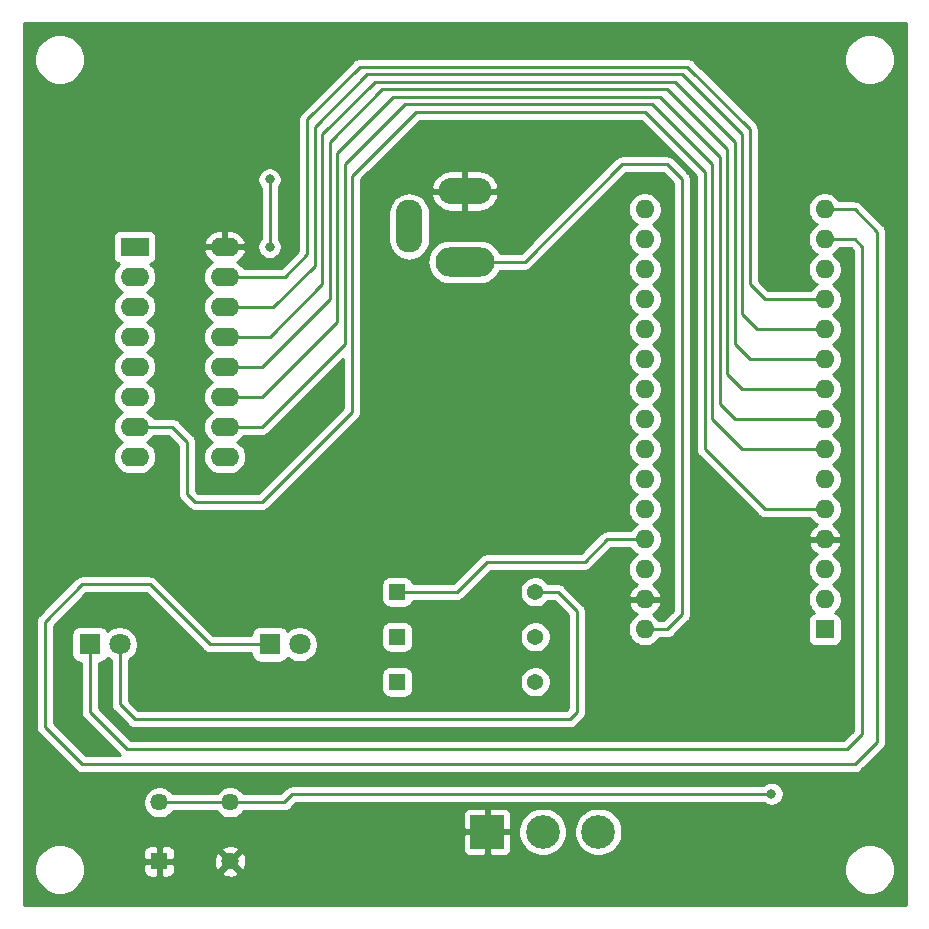
<source format=gbr>
G04 #@! TF.GenerationSoftware,KiCad,Pcbnew,(5.1.5)-3*
G04 #@! TF.CreationDate,2021-03-21T22:58:17-03:00*
G04 #@! TF.ProjectId,4164-41256 Tester,34313634-2d34-4313-9235-362054657374,rev?*
G04 #@! TF.SameCoordinates,Original*
G04 #@! TF.FileFunction,Copper,L2,Bot*
G04 #@! TF.FilePolarity,Positive*
%FSLAX46Y46*%
G04 Gerber Fmt 4.6, Leading zero omitted, Abs format (unit mm)*
G04 Created by KiCad (PCBNEW (5.1.5)-3) date 2021-03-21 22:58:17*
%MOMM*%
%LPD*%
G04 APERTURE LIST*
%ADD10O,1.600000X1.600000*%
%ADD11R,1.600000X1.600000*%
%ADD12C,1.371600*%
%ADD13R,1.371600X1.371600*%
%ADD14C,1.458000*%
%ADD15R,1.458000X1.458000*%
%ADD16O,2.400000X1.600000*%
%ADD17R,2.400000X1.600000*%
%ADD18O,2.250000X4.500000*%
%ADD19O,4.500000X2.250000*%
%ADD20O,5.000000X2.500000*%
%ADD21C,2.850000*%
%ADD22R,2.850000X2.850000*%
%ADD23C,1.800000*%
%ADD24R,1.800000X1.800000*%
%ADD25C,0.800000*%
%ADD26C,0.250000*%
%ADD27C,0.254000*%
G04 APERTURE END LIST*
D10*
X123190000Y-89535000D03*
X138430000Y-89535000D03*
X123190000Y-125095000D03*
X138430000Y-92075000D03*
X123190000Y-122555000D03*
X138430000Y-94615000D03*
X123190000Y-120015000D03*
X138430000Y-97155000D03*
X123190000Y-117475000D03*
X138430000Y-99695000D03*
X123190000Y-114935000D03*
X138430000Y-102235000D03*
X123190000Y-112395000D03*
X138430000Y-104775000D03*
X123190000Y-109855000D03*
X138430000Y-107315000D03*
X123190000Y-107315000D03*
X138430000Y-109855000D03*
X123190000Y-104775000D03*
X138430000Y-112395000D03*
X123190000Y-102235000D03*
X138430000Y-114935000D03*
X123190000Y-99695000D03*
X138430000Y-117475000D03*
X123190000Y-97155000D03*
X138430000Y-120015000D03*
X123190000Y-94615000D03*
X138430000Y-122555000D03*
X123190000Y-92075000D03*
D11*
X138430000Y-125095000D03*
D12*
X113919000Y-125730000D03*
D13*
X102235000Y-125730000D03*
D14*
X88090000Y-144740000D03*
X88090000Y-139740000D03*
X82090000Y-139740000D03*
D15*
X82090000Y-144740000D03*
D16*
X87630000Y-92710000D03*
X80010000Y-110490000D03*
X87630000Y-95250000D03*
X80010000Y-107950000D03*
X87630000Y-97790000D03*
X80010000Y-105410000D03*
X87630000Y-100330000D03*
X80010000Y-102870000D03*
X87630000Y-102870000D03*
X80010000Y-100330000D03*
X87630000Y-105410000D03*
X80010000Y-97790000D03*
X87630000Y-107950000D03*
X80010000Y-95250000D03*
X87630000Y-110490000D03*
D17*
X80010000Y-92710000D03*
D18*
X103250000Y-90980000D03*
D19*
X107950000Y-87980000D03*
D20*
X107950000Y-93980000D03*
D12*
X113919000Y-129540000D03*
D13*
X102235000Y-129540000D03*
D12*
X113919000Y-121920000D03*
D13*
X102235000Y-121920000D03*
D21*
X119255000Y-142240000D03*
X114555000Y-142240000D03*
D22*
X109855000Y-142240000D03*
D23*
X93980000Y-126365000D03*
D24*
X91440000Y-126365000D03*
D23*
X78740000Y-126365000D03*
D24*
X76200000Y-126365000D03*
D25*
X91440000Y-92710000D03*
X91440000Y-86995000D03*
X133931001Y-139011001D03*
D26*
X140970000Y-89535000D02*
X138430000Y-89535000D01*
X142875000Y-91440000D02*
X140970000Y-89535000D01*
X142875000Y-134620000D02*
X142875000Y-91440000D01*
X140970000Y-136525000D02*
X142875000Y-134620000D01*
X75565000Y-136525000D02*
X140970000Y-136525000D01*
X86360000Y-126365000D02*
X81280000Y-121285000D01*
X81280000Y-121285000D02*
X75565000Y-121285000D01*
X91440000Y-126365000D02*
X86360000Y-126365000D01*
X72390000Y-133350000D02*
X75565000Y-136525000D01*
X75565000Y-121285000D02*
X72390000Y-124460000D01*
X72390000Y-124460000D02*
X72390000Y-133350000D01*
X140970000Y-92075000D02*
X138430000Y-92075000D01*
X141605000Y-92710000D02*
X140970000Y-92075000D01*
X76200000Y-132080000D02*
X79375000Y-135255000D01*
X76200000Y-126365000D02*
X76200000Y-132080000D01*
X79375000Y-135255000D02*
X140335000Y-135255000D01*
X140335000Y-135255000D02*
X141605000Y-133985000D01*
X141605000Y-133985000D02*
X141605000Y-92710000D01*
X107315000Y-121920000D02*
X109855000Y-119380000D01*
X102235000Y-121920000D02*
X107315000Y-121920000D01*
X89080000Y-102870000D02*
X87630000Y-102870000D01*
X117475000Y-123571000D02*
X115824000Y-121920000D01*
X78740000Y-131445000D02*
X80010000Y-132715000D01*
X78740000Y-126365000D02*
X78740000Y-131445000D01*
X116840000Y-132715000D02*
X117475000Y-132080000D01*
X80010000Y-132715000D02*
X116840000Y-132715000D01*
X115824000Y-121920000D02*
X113919000Y-121920000D01*
X117475000Y-132080000D02*
X117475000Y-123571000D01*
X89080000Y-95250000D02*
X87630000Y-95250000D01*
X92710000Y-95250000D02*
X89080000Y-95250000D01*
X112395000Y-77470000D02*
X99060000Y-77470000D01*
X112395000Y-77470000D02*
X110490000Y-77470000D01*
X99060000Y-77470000D02*
X94615000Y-81915000D01*
X94615000Y-93345000D02*
X92710000Y-95250000D01*
X94615000Y-81915000D02*
X94615000Y-93345000D01*
X126815010Y-77470000D02*
X112395000Y-77470000D01*
X132080000Y-82734990D02*
X126815010Y-77470000D01*
X132080000Y-95885000D02*
X132080000Y-82734990D01*
X138430000Y-97155000D02*
X133350000Y-97155000D01*
X133350000Y-97155000D02*
X132080000Y-95885000D01*
X114935000Y-119380000D02*
X115570000Y-119380000D01*
X114935000Y-119380000D02*
X118110000Y-119380000D01*
X109855000Y-119380000D02*
X114935000Y-119380000D01*
X120015000Y-117475000D02*
X123190000Y-117475000D01*
X118110000Y-119380000D02*
X120015000Y-117475000D01*
X131445000Y-98425000D02*
X132715000Y-99695000D01*
X131445000Y-83185000D02*
X131445000Y-98425000D01*
X126365000Y-78105000D02*
X131445000Y-83185000D01*
X91757500Y-97790000D02*
X95250000Y-94297500D01*
X95250000Y-94297500D02*
X95250000Y-82550000D01*
X87630000Y-97790000D02*
X91757500Y-97790000D01*
X95250000Y-82550000D02*
X99695000Y-78105000D01*
X132715000Y-99695000D02*
X138430000Y-99695000D01*
X99695000Y-78105000D02*
X126365000Y-78105000D01*
X132080000Y-102235000D02*
X138430000Y-102235000D01*
X91440000Y-100330000D02*
X95885000Y-95885000D01*
X130810000Y-83820000D02*
X130810000Y-100965000D01*
X100330000Y-78740000D02*
X125730000Y-78740000D01*
X130810000Y-100965000D02*
X132080000Y-102235000D01*
X87630000Y-100330000D02*
X91440000Y-100330000D01*
X125730000Y-78740000D02*
X130810000Y-83820000D01*
X95885000Y-95885000D02*
X95885000Y-83185000D01*
X95885000Y-83185000D02*
X100330000Y-78740000D01*
X131445000Y-104775000D02*
X138430000Y-104775000D01*
X125095000Y-79375000D02*
X130175000Y-84455000D01*
X90805000Y-102870000D02*
X96520705Y-97154295D01*
X130175000Y-103505000D02*
X131445000Y-104775000D01*
X96520705Y-83819295D02*
X100965000Y-79375000D01*
X87630000Y-102870000D02*
X90805000Y-102870000D01*
X96520705Y-97154295D02*
X96520705Y-83819295D01*
X130175000Y-84455000D02*
X130175000Y-103505000D01*
X100965000Y-79375000D02*
X125095000Y-79375000D01*
X130810000Y-107315000D02*
X138430000Y-107315000D01*
X129540000Y-106045000D02*
X130810000Y-107315000D01*
X129540000Y-85090000D02*
X129540000Y-106045000D01*
X90805000Y-105410000D02*
X97155000Y-99060000D01*
X87630000Y-105410000D02*
X90805000Y-105410000D01*
X97155000Y-99060000D02*
X97155000Y-84773205D01*
X124460000Y-80010000D02*
X129540000Y-85090000D01*
X97155000Y-84773205D02*
X101918205Y-80010000D01*
X101918205Y-80010000D02*
X124460000Y-80010000D01*
X131445000Y-109855000D02*
X137298630Y-109855000D01*
X128905000Y-107315000D02*
X131445000Y-109855000D01*
X137298630Y-109855000D02*
X138430000Y-109855000D01*
X123825000Y-80645000D02*
X128905000Y-85725000D01*
X90805000Y-107950000D02*
X97790000Y-100965000D01*
X128905000Y-85725000D02*
X128905000Y-107315000D01*
X87630000Y-107950000D02*
X90805000Y-107950000D01*
X97790000Y-100965000D02*
X97790000Y-85725000D01*
X97790000Y-85725000D02*
X102870000Y-80645000D01*
X102870000Y-80645000D02*
X123825000Y-80645000D01*
X91440000Y-92710000D02*
X91440000Y-86995000D01*
X133350000Y-114935000D02*
X138430000Y-114935000D01*
X128270000Y-109855000D02*
X133350000Y-114935000D01*
X85090000Y-114300000D02*
X90805000Y-114300000D01*
X84455000Y-109220000D02*
X84455000Y-113665000D01*
X98425000Y-106680000D02*
X98425000Y-86677500D01*
X80010000Y-107950000D02*
X83185000Y-107950000D01*
X84455000Y-113665000D02*
X85090000Y-114300000D01*
X123190000Y-81280000D02*
X128270000Y-86360000D01*
X83185000Y-107950000D02*
X84455000Y-109220000D01*
X90805000Y-114300000D02*
X98425000Y-106680000D01*
X98425000Y-86677500D02*
X103822500Y-81280000D01*
X103822500Y-81280000D02*
X123190000Y-81280000D01*
X128270000Y-86360000D02*
X128270000Y-109855000D01*
X133931001Y-139011001D02*
X133931001Y-139011001D01*
X133365316Y-139011001D02*
X133311317Y-139065000D01*
X133931001Y-139011001D02*
X133365316Y-139011001D01*
X133311317Y-139065000D02*
X93345000Y-139065000D01*
X92670000Y-139740000D02*
X88090000Y-139740000D01*
X93345000Y-139065000D02*
X92670000Y-139740000D01*
X88090000Y-139740000D02*
X82090000Y-139740000D01*
X125095000Y-125095000D02*
X123190000Y-125095000D01*
X126365000Y-123825000D02*
X125095000Y-125095000D01*
X113030000Y-93980000D02*
X121285000Y-85725000D01*
X126365000Y-86995000D02*
X126365000Y-123825000D01*
X107950000Y-93980000D02*
X113030000Y-93980000D01*
X121285000Y-85725000D02*
X125095000Y-85725000D01*
X125095000Y-85725000D02*
X126365000Y-86995000D01*
D27*
G36*
X145288000Y-148463000D02*
G01*
X70612000Y-148463000D01*
X70612000Y-145204721D01*
X71525000Y-145204721D01*
X71525000Y-145625279D01*
X71607047Y-146037756D01*
X71767988Y-146426302D01*
X72001637Y-146775983D01*
X72299017Y-147073363D01*
X72648698Y-147307012D01*
X73037244Y-147467953D01*
X73449721Y-147550000D01*
X73870279Y-147550000D01*
X74282756Y-147467953D01*
X74671302Y-147307012D01*
X75020983Y-147073363D01*
X75318363Y-146775983D01*
X75552012Y-146426302D01*
X75712953Y-146037756D01*
X75795000Y-145625279D01*
X75795000Y-145469000D01*
X80722928Y-145469000D01*
X80735188Y-145593482D01*
X80771498Y-145713180D01*
X80830463Y-145823494D01*
X80909815Y-145920185D01*
X81006506Y-145999537D01*
X81116820Y-146058502D01*
X81236518Y-146094812D01*
X81361000Y-146107072D01*
X81804250Y-146104000D01*
X81963000Y-145945250D01*
X81963000Y-144867000D01*
X82217000Y-144867000D01*
X82217000Y-145945250D01*
X82375750Y-146104000D01*
X82819000Y-146107072D01*
X82943482Y-146094812D01*
X83063180Y-146058502D01*
X83173494Y-145999537D01*
X83270185Y-145920185D01*
X83349537Y-145823494D01*
X83408502Y-145713180D01*
X83417963Y-145681991D01*
X87327614Y-145681991D01*
X87390593Y-145918717D01*
X87633988Y-146032516D01*
X87894906Y-146096644D01*
X88163323Y-146108637D01*
X88428922Y-146068034D01*
X88681496Y-145976396D01*
X88789407Y-145918717D01*
X88852386Y-145681991D01*
X88090000Y-144919605D01*
X87327614Y-145681991D01*
X83417963Y-145681991D01*
X83444812Y-145593482D01*
X83457072Y-145469000D01*
X83454000Y-145025750D01*
X83295250Y-144867000D01*
X82217000Y-144867000D01*
X81963000Y-144867000D01*
X80884750Y-144867000D01*
X80726000Y-145025750D01*
X80722928Y-145469000D01*
X75795000Y-145469000D01*
X75795000Y-145204721D01*
X75717146Y-144813323D01*
X86721363Y-144813323D01*
X86761966Y-145078922D01*
X86853604Y-145331496D01*
X86911283Y-145439407D01*
X87148009Y-145502386D01*
X87910395Y-144740000D01*
X88269605Y-144740000D01*
X89031991Y-145502386D01*
X89268717Y-145439407D01*
X89378444Y-145204721D01*
X140105000Y-145204721D01*
X140105000Y-145625279D01*
X140187047Y-146037756D01*
X140347988Y-146426302D01*
X140581637Y-146775983D01*
X140879017Y-147073363D01*
X141228698Y-147307012D01*
X141617244Y-147467953D01*
X142029721Y-147550000D01*
X142450279Y-147550000D01*
X142862756Y-147467953D01*
X143251302Y-147307012D01*
X143600983Y-147073363D01*
X143898363Y-146775983D01*
X144132012Y-146426302D01*
X144292953Y-146037756D01*
X144375000Y-145625279D01*
X144375000Y-145204721D01*
X144292953Y-144792244D01*
X144132012Y-144403698D01*
X143898363Y-144054017D01*
X143600983Y-143756637D01*
X143251302Y-143522988D01*
X142862756Y-143362047D01*
X142450279Y-143280000D01*
X142029721Y-143280000D01*
X141617244Y-143362047D01*
X141228698Y-143522988D01*
X140879017Y-143756637D01*
X140581637Y-144054017D01*
X140347988Y-144403698D01*
X140187047Y-144792244D01*
X140105000Y-145204721D01*
X89378444Y-145204721D01*
X89382516Y-145196012D01*
X89446644Y-144935094D01*
X89458637Y-144666677D01*
X89418034Y-144401078D01*
X89326396Y-144148504D01*
X89268717Y-144040593D01*
X89031991Y-143977614D01*
X88269605Y-144740000D01*
X87910395Y-144740000D01*
X87148009Y-143977614D01*
X86911283Y-144040593D01*
X86797484Y-144283988D01*
X86733356Y-144544906D01*
X86721363Y-144813323D01*
X75717146Y-144813323D01*
X75712953Y-144792244D01*
X75552012Y-144403698D01*
X75318363Y-144054017D01*
X75275346Y-144011000D01*
X80722928Y-144011000D01*
X80726000Y-144454250D01*
X80884750Y-144613000D01*
X81963000Y-144613000D01*
X81963000Y-143534750D01*
X82217000Y-143534750D01*
X82217000Y-144613000D01*
X83295250Y-144613000D01*
X83454000Y-144454250D01*
X83457072Y-144011000D01*
X83444812Y-143886518D01*
X83417964Y-143798009D01*
X87327614Y-143798009D01*
X88090000Y-144560395D01*
X88852386Y-143798009D01*
X88817001Y-143665000D01*
X107791928Y-143665000D01*
X107804188Y-143789482D01*
X107840498Y-143909180D01*
X107899463Y-144019494D01*
X107978815Y-144116185D01*
X108075506Y-144195537D01*
X108185820Y-144254502D01*
X108305518Y-144290812D01*
X108430000Y-144303072D01*
X109569250Y-144300000D01*
X109728000Y-144141250D01*
X109728000Y-142367000D01*
X109982000Y-142367000D01*
X109982000Y-144141250D01*
X110140750Y-144300000D01*
X111280000Y-144303072D01*
X111404482Y-144290812D01*
X111524180Y-144254502D01*
X111634494Y-144195537D01*
X111731185Y-144116185D01*
X111810537Y-144019494D01*
X111869502Y-143909180D01*
X111905812Y-143789482D01*
X111918072Y-143665000D01*
X111915000Y-142525750D01*
X111756250Y-142367000D01*
X109982000Y-142367000D01*
X109728000Y-142367000D01*
X107953750Y-142367000D01*
X107795000Y-142525750D01*
X107791928Y-143665000D01*
X88817001Y-143665000D01*
X88789407Y-143561283D01*
X88546012Y-143447484D01*
X88285094Y-143383356D01*
X88016677Y-143371363D01*
X87751078Y-143411966D01*
X87498504Y-143503604D01*
X87390593Y-143561283D01*
X87327614Y-143798009D01*
X83417964Y-143798009D01*
X83408502Y-143766820D01*
X83349537Y-143656506D01*
X83270185Y-143559815D01*
X83173494Y-143480463D01*
X83063180Y-143421498D01*
X82943482Y-143385188D01*
X82819000Y-143372928D01*
X82375750Y-143376000D01*
X82217000Y-143534750D01*
X81963000Y-143534750D01*
X81804250Y-143376000D01*
X81361000Y-143372928D01*
X81236518Y-143385188D01*
X81116820Y-143421498D01*
X81006506Y-143480463D01*
X80909815Y-143559815D01*
X80830463Y-143656506D01*
X80771498Y-143766820D01*
X80735188Y-143886518D01*
X80722928Y-144011000D01*
X75275346Y-144011000D01*
X75020983Y-143756637D01*
X74671302Y-143522988D01*
X74282756Y-143362047D01*
X73870279Y-143280000D01*
X73449721Y-143280000D01*
X73037244Y-143362047D01*
X72648698Y-143522988D01*
X72299017Y-143756637D01*
X72001637Y-144054017D01*
X71767988Y-144403698D01*
X71607047Y-144792244D01*
X71525000Y-145204721D01*
X70612000Y-145204721D01*
X70612000Y-139605658D01*
X80726000Y-139605658D01*
X80726000Y-139874342D01*
X80778418Y-140137864D01*
X80881239Y-140386096D01*
X81030512Y-140609499D01*
X81220501Y-140799488D01*
X81443904Y-140948761D01*
X81692136Y-141051582D01*
X81955658Y-141104000D01*
X82224342Y-141104000D01*
X82487864Y-141051582D01*
X82736096Y-140948761D01*
X82959499Y-140799488D01*
X83149488Y-140609499D01*
X83222653Y-140500000D01*
X86957347Y-140500000D01*
X87030512Y-140609499D01*
X87220501Y-140799488D01*
X87443904Y-140948761D01*
X87692136Y-141051582D01*
X87955658Y-141104000D01*
X88224342Y-141104000D01*
X88487864Y-141051582D01*
X88736096Y-140948761D01*
X88936283Y-140815000D01*
X107791928Y-140815000D01*
X107795000Y-141954250D01*
X107953750Y-142113000D01*
X109728000Y-142113000D01*
X109728000Y-140338750D01*
X109982000Y-140338750D01*
X109982000Y-142113000D01*
X111756250Y-142113000D01*
X111832142Y-142037108D01*
X112495000Y-142037108D01*
X112495000Y-142442892D01*
X112574165Y-142840880D01*
X112729452Y-143215776D01*
X112954894Y-143553173D01*
X113241827Y-143840106D01*
X113579224Y-144065548D01*
X113954120Y-144220835D01*
X114352108Y-144300000D01*
X114757892Y-144300000D01*
X115155880Y-144220835D01*
X115530776Y-144065548D01*
X115868173Y-143840106D01*
X116155106Y-143553173D01*
X116380548Y-143215776D01*
X116535835Y-142840880D01*
X116615000Y-142442892D01*
X116615000Y-142037108D01*
X117195000Y-142037108D01*
X117195000Y-142442892D01*
X117274165Y-142840880D01*
X117429452Y-143215776D01*
X117654894Y-143553173D01*
X117941827Y-143840106D01*
X118279224Y-144065548D01*
X118654120Y-144220835D01*
X119052108Y-144300000D01*
X119457892Y-144300000D01*
X119855880Y-144220835D01*
X120230776Y-144065548D01*
X120568173Y-143840106D01*
X120855106Y-143553173D01*
X121080548Y-143215776D01*
X121235835Y-142840880D01*
X121315000Y-142442892D01*
X121315000Y-142037108D01*
X121235835Y-141639120D01*
X121080548Y-141264224D01*
X120855106Y-140926827D01*
X120568173Y-140639894D01*
X120230776Y-140414452D01*
X119855880Y-140259165D01*
X119457892Y-140180000D01*
X119052108Y-140180000D01*
X118654120Y-140259165D01*
X118279224Y-140414452D01*
X117941827Y-140639894D01*
X117654894Y-140926827D01*
X117429452Y-141264224D01*
X117274165Y-141639120D01*
X117195000Y-142037108D01*
X116615000Y-142037108D01*
X116535835Y-141639120D01*
X116380548Y-141264224D01*
X116155106Y-140926827D01*
X115868173Y-140639894D01*
X115530776Y-140414452D01*
X115155880Y-140259165D01*
X114757892Y-140180000D01*
X114352108Y-140180000D01*
X113954120Y-140259165D01*
X113579224Y-140414452D01*
X113241827Y-140639894D01*
X112954894Y-140926827D01*
X112729452Y-141264224D01*
X112574165Y-141639120D01*
X112495000Y-142037108D01*
X111832142Y-142037108D01*
X111915000Y-141954250D01*
X111918072Y-140815000D01*
X111905812Y-140690518D01*
X111869502Y-140570820D01*
X111810537Y-140460506D01*
X111731185Y-140363815D01*
X111634494Y-140284463D01*
X111524180Y-140225498D01*
X111404482Y-140189188D01*
X111280000Y-140176928D01*
X110140750Y-140180000D01*
X109982000Y-140338750D01*
X109728000Y-140338750D01*
X109569250Y-140180000D01*
X108430000Y-140176928D01*
X108305518Y-140189188D01*
X108185820Y-140225498D01*
X108075506Y-140284463D01*
X107978815Y-140363815D01*
X107899463Y-140460506D01*
X107840498Y-140570820D01*
X107804188Y-140690518D01*
X107791928Y-140815000D01*
X88936283Y-140815000D01*
X88959499Y-140799488D01*
X89149488Y-140609499D01*
X89222653Y-140500000D01*
X92632678Y-140500000D01*
X92670000Y-140503676D01*
X92707322Y-140500000D01*
X92707333Y-140500000D01*
X92818986Y-140489003D01*
X92962247Y-140445546D01*
X93094276Y-140374974D01*
X93210001Y-140280001D01*
X93233803Y-140250998D01*
X93659802Y-139825000D01*
X133273995Y-139825000D01*
X133288411Y-139826420D01*
X133440745Y-139928206D01*
X133629103Y-140006227D01*
X133829062Y-140046001D01*
X134032940Y-140046001D01*
X134232899Y-140006227D01*
X134421257Y-139928206D01*
X134590775Y-139814938D01*
X134734938Y-139670775D01*
X134848206Y-139501257D01*
X134926227Y-139312899D01*
X134966001Y-139112940D01*
X134966001Y-138909062D01*
X134926227Y-138709103D01*
X134848206Y-138520745D01*
X134734938Y-138351227D01*
X134590775Y-138207064D01*
X134421257Y-138093796D01*
X134232899Y-138015775D01*
X134032940Y-137976001D01*
X133829062Y-137976001D01*
X133629103Y-138015775D01*
X133440745Y-138093796D01*
X133271227Y-138207064D01*
X133216277Y-138262014D01*
X133074569Y-138305000D01*
X93382322Y-138305000D01*
X93344999Y-138301324D01*
X93307676Y-138305000D01*
X93307667Y-138305000D01*
X93196014Y-138315997D01*
X93052753Y-138359454D01*
X92920723Y-138430026D01*
X92870797Y-138471000D01*
X92804999Y-138524999D01*
X92781200Y-138553998D01*
X92355199Y-138980000D01*
X89222653Y-138980000D01*
X89149488Y-138870501D01*
X88959499Y-138680512D01*
X88736096Y-138531239D01*
X88487864Y-138428418D01*
X88224342Y-138376000D01*
X87955658Y-138376000D01*
X87692136Y-138428418D01*
X87443904Y-138531239D01*
X87220501Y-138680512D01*
X87030512Y-138870501D01*
X86957347Y-138980000D01*
X83222653Y-138980000D01*
X83149488Y-138870501D01*
X82959499Y-138680512D01*
X82736096Y-138531239D01*
X82487864Y-138428418D01*
X82224342Y-138376000D01*
X81955658Y-138376000D01*
X81692136Y-138428418D01*
X81443904Y-138531239D01*
X81220501Y-138680512D01*
X81030512Y-138870501D01*
X80881239Y-139093904D01*
X80778418Y-139342136D01*
X80726000Y-139605658D01*
X70612000Y-139605658D01*
X70612000Y-124460000D01*
X71626324Y-124460000D01*
X71630000Y-124497322D01*
X71630001Y-133312668D01*
X71626324Y-133350000D01*
X71630001Y-133387333D01*
X71637553Y-133464003D01*
X71640998Y-133498985D01*
X71684454Y-133642246D01*
X71755026Y-133774276D01*
X71822362Y-133856324D01*
X71850000Y-133890001D01*
X71878998Y-133913799D01*
X75001201Y-137036003D01*
X75024999Y-137065001D01*
X75053997Y-137088799D01*
X75140723Y-137159974D01*
X75272753Y-137230546D01*
X75416014Y-137274003D01*
X75527667Y-137285000D01*
X75527676Y-137285000D01*
X75564999Y-137288676D01*
X75602322Y-137285000D01*
X140932678Y-137285000D01*
X140970000Y-137288676D01*
X141007322Y-137285000D01*
X141007333Y-137285000D01*
X141118986Y-137274003D01*
X141262247Y-137230546D01*
X141394276Y-137159974D01*
X141510001Y-137065001D01*
X141533804Y-137035997D01*
X143386004Y-135183798D01*
X143415001Y-135160001D01*
X143509974Y-135044276D01*
X143580546Y-134912247D01*
X143624003Y-134768986D01*
X143635000Y-134657333D01*
X143635000Y-134657323D01*
X143638676Y-134620000D01*
X143635000Y-134582677D01*
X143635000Y-91477323D01*
X143638676Y-91440000D01*
X143635000Y-91402677D01*
X143635000Y-91402667D01*
X143624003Y-91291014D01*
X143580546Y-91147753D01*
X143509974Y-91015724D01*
X143415001Y-90899999D01*
X143386003Y-90876201D01*
X141533804Y-89024003D01*
X141510001Y-88994999D01*
X141394276Y-88900026D01*
X141262247Y-88829454D01*
X141118986Y-88785997D01*
X141007333Y-88775000D01*
X141007322Y-88775000D01*
X140970000Y-88771324D01*
X140932678Y-88775000D01*
X139648043Y-88775000D01*
X139544637Y-88620241D01*
X139344759Y-88420363D01*
X139109727Y-88263320D01*
X138848574Y-88155147D01*
X138571335Y-88100000D01*
X138288665Y-88100000D01*
X138011426Y-88155147D01*
X137750273Y-88263320D01*
X137515241Y-88420363D01*
X137315363Y-88620241D01*
X137158320Y-88855273D01*
X137050147Y-89116426D01*
X136995000Y-89393665D01*
X136995000Y-89676335D01*
X137050147Y-89953574D01*
X137158320Y-90214727D01*
X137315363Y-90449759D01*
X137515241Y-90649637D01*
X137747759Y-90805000D01*
X137515241Y-90960363D01*
X137315363Y-91160241D01*
X137158320Y-91395273D01*
X137050147Y-91656426D01*
X136995000Y-91933665D01*
X136995000Y-92216335D01*
X137050147Y-92493574D01*
X137158320Y-92754727D01*
X137315363Y-92989759D01*
X137515241Y-93189637D01*
X137747759Y-93345000D01*
X137515241Y-93500363D01*
X137315363Y-93700241D01*
X137158320Y-93935273D01*
X137050147Y-94196426D01*
X136995000Y-94473665D01*
X136995000Y-94756335D01*
X137050147Y-95033574D01*
X137158320Y-95294727D01*
X137315363Y-95529759D01*
X137515241Y-95729637D01*
X137747759Y-95885000D01*
X137515241Y-96040363D01*
X137315363Y-96240241D01*
X137211957Y-96395000D01*
X133664802Y-96395000D01*
X132840000Y-95570199D01*
X132840000Y-82772312D01*
X132843676Y-82734989D01*
X132840000Y-82697666D01*
X132840000Y-82697657D01*
X132829003Y-82586004D01*
X132785546Y-82442743D01*
X132714974Y-82310714D01*
X132620001Y-82194989D01*
X132591003Y-82171191D01*
X127378814Y-76959003D01*
X127355011Y-76929999D01*
X127239286Y-76835026D01*
X127107257Y-76764454D01*
X126963996Y-76720997D01*
X126852343Y-76710000D01*
X126852332Y-76710000D01*
X126815010Y-76706324D01*
X126777688Y-76710000D01*
X99097322Y-76710000D01*
X99059999Y-76706324D01*
X99022676Y-76710000D01*
X99022667Y-76710000D01*
X98911014Y-76720997D01*
X98767753Y-76764454D01*
X98635724Y-76835026D01*
X98519999Y-76929999D01*
X98496201Y-76958997D01*
X94104003Y-81351196D01*
X94074999Y-81374999D01*
X94019871Y-81442174D01*
X93980026Y-81490724D01*
X93936451Y-81572246D01*
X93909454Y-81622754D01*
X93865997Y-81766015D01*
X93855000Y-81877668D01*
X93855000Y-81877678D01*
X93851324Y-81915000D01*
X93855000Y-81952322D01*
X93855001Y-93030197D01*
X92395199Y-94490000D01*
X89250901Y-94490000D01*
X89228932Y-94448899D01*
X89049608Y-94230392D01*
X88831101Y-94051068D01*
X88703259Y-93982735D01*
X88932839Y-93832601D01*
X89134500Y-93634895D01*
X89293715Y-93401646D01*
X89404367Y-93141818D01*
X89421904Y-93059039D01*
X89299915Y-92837000D01*
X87757000Y-92837000D01*
X87757000Y-92857000D01*
X87503000Y-92857000D01*
X87503000Y-92837000D01*
X85960085Y-92837000D01*
X85838096Y-93059039D01*
X85855633Y-93141818D01*
X85966285Y-93401646D01*
X86125500Y-93634895D01*
X86327161Y-93832601D01*
X86556741Y-93982735D01*
X86428899Y-94051068D01*
X86210392Y-94230392D01*
X86031068Y-94448899D01*
X85897818Y-94698192D01*
X85815764Y-94968691D01*
X85788057Y-95250000D01*
X85815764Y-95531309D01*
X85897818Y-95801808D01*
X86031068Y-96051101D01*
X86210392Y-96269608D01*
X86428899Y-96448932D01*
X86561858Y-96520000D01*
X86428899Y-96591068D01*
X86210392Y-96770392D01*
X86031068Y-96988899D01*
X85897818Y-97238192D01*
X85815764Y-97508691D01*
X85788057Y-97790000D01*
X85815764Y-98071309D01*
X85897818Y-98341808D01*
X86031068Y-98591101D01*
X86210392Y-98809608D01*
X86428899Y-98988932D01*
X86561858Y-99060000D01*
X86428899Y-99131068D01*
X86210392Y-99310392D01*
X86031068Y-99528899D01*
X85897818Y-99778192D01*
X85815764Y-100048691D01*
X85788057Y-100330000D01*
X85815764Y-100611309D01*
X85897818Y-100881808D01*
X86031068Y-101131101D01*
X86210392Y-101349608D01*
X86428899Y-101528932D01*
X86561858Y-101600000D01*
X86428899Y-101671068D01*
X86210392Y-101850392D01*
X86031068Y-102068899D01*
X85897818Y-102318192D01*
X85815764Y-102588691D01*
X85788057Y-102870000D01*
X85815764Y-103151309D01*
X85897818Y-103421808D01*
X86031068Y-103671101D01*
X86210392Y-103889608D01*
X86428899Y-104068932D01*
X86561858Y-104140000D01*
X86428899Y-104211068D01*
X86210392Y-104390392D01*
X86031068Y-104608899D01*
X85897818Y-104858192D01*
X85815764Y-105128691D01*
X85788057Y-105410000D01*
X85815764Y-105691309D01*
X85897818Y-105961808D01*
X86031068Y-106211101D01*
X86210392Y-106429608D01*
X86428899Y-106608932D01*
X86561858Y-106680000D01*
X86428899Y-106751068D01*
X86210392Y-106930392D01*
X86031068Y-107148899D01*
X85897818Y-107398192D01*
X85815764Y-107668691D01*
X85788057Y-107950000D01*
X85815764Y-108231309D01*
X85897818Y-108501808D01*
X86031068Y-108751101D01*
X86210392Y-108969608D01*
X86428899Y-109148932D01*
X86561858Y-109220000D01*
X86428899Y-109291068D01*
X86210392Y-109470392D01*
X86031068Y-109688899D01*
X85897818Y-109938192D01*
X85815764Y-110208691D01*
X85788057Y-110490000D01*
X85815764Y-110771309D01*
X85897818Y-111041808D01*
X86031068Y-111291101D01*
X86210392Y-111509608D01*
X86428899Y-111688932D01*
X86678192Y-111822182D01*
X86948691Y-111904236D01*
X87159508Y-111925000D01*
X88100492Y-111925000D01*
X88311309Y-111904236D01*
X88581808Y-111822182D01*
X88831101Y-111688932D01*
X89049608Y-111509608D01*
X89228932Y-111291101D01*
X89362182Y-111041808D01*
X89444236Y-110771309D01*
X89471943Y-110490000D01*
X89444236Y-110208691D01*
X89362182Y-109938192D01*
X89228932Y-109688899D01*
X89049608Y-109470392D01*
X88831101Y-109291068D01*
X88698142Y-109220000D01*
X88831101Y-109148932D01*
X89049608Y-108969608D01*
X89228932Y-108751101D01*
X89250901Y-108710000D01*
X90767678Y-108710000D01*
X90805000Y-108713676D01*
X90842322Y-108710000D01*
X90842333Y-108710000D01*
X90953986Y-108699003D01*
X91097247Y-108655546D01*
X91229276Y-108584974D01*
X91345001Y-108490001D01*
X91368804Y-108460997D01*
X97665000Y-102164802D01*
X97665000Y-106365198D01*
X90490199Y-113540000D01*
X85404802Y-113540000D01*
X85215000Y-113350199D01*
X85215000Y-109257322D01*
X85218676Y-109219999D01*
X85215000Y-109182676D01*
X85215000Y-109182667D01*
X85204003Y-109071014D01*
X85160546Y-108927753D01*
X85089974Y-108795724D01*
X84995001Y-108679999D01*
X84966004Y-108656202D01*
X83748804Y-107439003D01*
X83725001Y-107409999D01*
X83609276Y-107315026D01*
X83477247Y-107244454D01*
X83333986Y-107200997D01*
X83222333Y-107190000D01*
X83222322Y-107190000D01*
X83185000Y-107186324D01*
X83147678Y-107190000D01*
X81630901Y-107190000D01*
X81608932Y-107148899D01*
X81429608Y-106930392D01*
X81211101Y-106751068D01*
X81078142Y-106680000D01*
X81211101Y-106608932D01*
X81429608Y-106429608D01*
X81608932Y-106211101D01*
X81742182Y-105961808D01*
X81824236Y-105691309D01*
X81851943Y-105410000D01*
X81824236Y-105128691D01*
X81742182Y-104858192D01*
X81608932Y-104608899D01*
X81429608Y-104390392D01*
X81211101Y-104211068D01*
X81078142Y-104140000D01*
X81211101Y-104068932D01*
X81429608Y-103889608D01*
X81608932Y-103671101D01*
X81742182Y-103421808D01*
X81824236Y-103151309D01*
X81851943Y-102870000D01*
X81824236Y-102588691D01*
X81742182Y-102318192D01*
X81608932Y-102068899D01*
X81429608Y-101850392D01*
X81211101Y-101671068D01*
X81078142Y-101600000D01*
X81211101Y-101528932D01*
X81429608Y-101349608D01*
X81608932Y-101131101D01*
X81742182Y-100881808D01*
X81824236Y-100611309D01*
X81851943Y-100330000D01*
X81824236Y-100048691D01*
X81742182Y-99778192D01*
X81608932Y-99528899D01*
X81429608Y-99310392D01*
X81211101Y-99131068D01*
X81078142Y-99060000D01*
X81211101Y-98988932D01*
X81429608Y-98809608D01*
X81608932Y-98591101D01*
X81742182Y-98341808D01*
X81824236Y-98071309D01*
X81851943Y-97790000D01*
X81824236Y-97508691D01*
X81742182Y-97238192D01*
X81608932Y-96988899D01*
X81429608Y-96770392D01*
X81211101Y-96591068D01*
X81078142Y-96520000D01*
X81211101Y-96448932D01*
X81429608Y-96269608D01*
X81608932Y-96051101D01*
X81742182Y-95801808D01*
X81824236Y-95531309D01*
X81851943Y-95250000D01*
X81824236Y-94968691D01*
X81742182Y-94698192D01*
X81608932Y-94448899D01*
X81429608Y-94230392D01*
X81316518Y-94137581D01*
X81334482Y-94135812D01*
X81454180Y-94099502D01*
X81564494Y-94040537D01*
X81661185Y-93961185D01*
X81740537Y-93864494D01*
X81799502Y-93754180D01*
X81835812Y-93634482D01*
X81848072Y-93510000D01*
X81848072Y-92360961D01*
X85838096Y-92360961D01*
X85960085Y-92583000D01*
X87503000Y-92583000D01*
X87503000Y-91275000D01*
X87757000Y-91275000D01*
X87757000Y-92583000D01*
X89299915Y-92583000D01*
X89421904Y-92360961D01*
X89404367Y-92278182D01*
X89293715Y-92018354D01*
X89134500Y-91785105D01*
X88932839Y-91587399D01*
X88696483Y-91432834D01*
X88434514Y-91327350D01*
X88157000Y-91275000D01*
X87757000Y-91275000D01*
X87503000Y-91275000D01*
X87103000Y-91275000D01*
X86825486Y-91327350D01*
X86563517Y-91432834D01*
X86327161Y-91587399D01*
X86125500Y-91785105D01*
X85966285Y-92018354D01*
X85855633Y-92278182D01*
X85838096Y-92360961D01*
X81848072Y-92360961D01*
X81848072Y-91910000D01*
X81835812Y-91785518D01*
X81799502Y-91665820D01*
X81740537Y-91555506D01*
X81661185Y-91458815D01*
X81564494Y-91379463D01*
X81454180Y-91320498D01*
X81334482Y-91284188D01*
X81210000Y-91271928D01*
X78810000Y-91271928D01*
X78685518Y-91284188D01*
X78565820Y-91320498D01*
X78455506Y-91379463D01*
X78358815Y-91458815D01*
X78279463Y-91555506D01*
X78220498Y-91665820D01*
X78184188Y-91785518D01*
X78171928Y-91910000D01*
X78171928Y-93510000D01*
X78184188Y-93634482D01*
X78220498Y-93754180D01*
X78279463Y-93864494D01*
X78358815Y-93961185D01*
X78455506Y-94040537D01*
X78565820Y-94099502D01*
X78685518Y-94135812D01*
X78703482Y-94137581D01*
X78590392Y-94230392D01*
X78411068Y-94448899D01*
X78277818Y-94698192D01*
X78195764Y-94968691D01*
X78168057Y-95250000D01*
X78195764Y-95531309D01*
X78277818Y-95801808D01*
X78411068Y-96051101D01*
X78590392Y-96269608D01*
X78808899Y-96448932D01*
X78941858Y-96520000D01*
X78808899Y-96591068D01*
X78590392Y-96770392D01*
X78411068Y-96988899D01*
X78277818Y-97238192D01*
X78195764Y-97508691D01*
X78168057Y-97790000D01*
X78195764Y-98071309D01*
X78277818Y-98341808D01*
X78411068Y-98591101D01*
X78590392Y-98809608D01*
X78808899Y-98988932D01*
X78941858Y-99060000D01*
X78808899Y-99131068D01*
X78590392Y-99310392D01*
X78411068Y-99528899D01*
X78277818Y-99778192D01*
X78195764Y-100048691D01*
X78168057Y-100330000D01*
X78195764Y-100611309D01*
X78277818Y-100881808D01*
X78411068Y-101131101D01*
X78590392Y-101349608D01*
X78808899Y-101528932D01*
X78941858Y-101600000D01*
X78808899Y-101671068D01*
X78590392Y-101850392D01*
X78411068Y-102068899D01*
X78277818Y-102318192D01*
X78195764Y-102588691D01*
X78168057Y-102870000D01*
X78195764Y-103151309D01*
X78277818Y-103421808D01*
X78411068Y-103671101D01*
X78590392Y-103889608D01*
X78808899Y-104068932D01*
X78941858Y-104140000D01*
X78808899Y-104211068D01*
X78590392Y-104390392D01*
X78411068Y-104608899D01*
X78277818Y-104858192D01*
X78195764Y-105128691D01*
X78168057Y-105410000D01*
X78195764Y-105691309D01*
X78277818Y-105961808D01*
X78411068Y-106211101D01*
X78590392Y-106429608D01*
X78808899Y-106608932D01*
X78941858Y-106680000D01*
X78808899Y-106751068D01*
X78590392Y-106930392D01*
X78411068Y-107148899D01*
X78277818Y-107398192D01*
X78195764Y-107668691D01*
X78168057Y-107950000D01*
X78195764Y-108231309D01*
X78277818Y-108501808D01*
X78411068Y-108751101D01*
X78590392Y-108969608D01*
X78808899Y-109148932D01*
X78941858Y-109220000D01*
X78808899Y-109291068D01*
X78590392Y-109470392D01*
X78411068Y-109688899D01*
X78277818Y-109938192D01*
X78195764Y-110208691D01*
X78168057Y-110490000D01*
X78195764Y-110771309D01*
X78277818Y-111041808D01*
X78411068Y-111291101D01*
X78590392Y-111509608D01*
X78808899Y-111688932D01*
X79058192Y-111822182D01*
X79328691Y-111904236D01*
X79539508Y-111925000D01*
X80480492Y-111925000D01*
X80691309Y-111904236D01*
X80961808Y-111822182D01*
X81211101Y-111688932D01*
X81429608Y-111509608D01*
X81608932Y-111291101D01*
X81742182Y-111041808D01*
X81824236Y-110771309D01*
X81851943Y-110490000D01*
X81824236Y-110208691D01*
X81742182Y-109938192D01*
X81608932Y-109688899D01*
X81429608Y-109470392D01*
X81211101Y-109291068D01*
X81078142Y-109220000D01*
X81211101Y-109148932D01*
X81429608Y-108969608D01*
X81608932Y-108751101D01*
X81630901Y-108710000D01*
X82870199Y-108710000D01*
X83695000Y-109534802D01*
X83695001Y-113627668D01*
X83691324Y-113665000D01*
X83695001Y-113702333D01*
X83705998Y-113813986D01*
X83710856Y-113830000D01*
X83749454Y-113957246D01*
X83820026Y-114089276D01*
X83890379Y-114175000D01*
X83915000Y-114205001D01*
X83943998Y-114228799D01*
X84526200Y-114811002D01*
X84549999Y-114840001D01*
X84578997Y-114863799D01*
X84665724Y-114934974D01*
X84797753Y-115005546D01*
X84941014Y-115049003D01*
X85090000Y-115063677D01*
X85127333Y-115060000D01*
X90767678Y-115060000D01*
X90805000Y-115063676D01*
X90842322Y-115060000D01*
X90842333Y-115060000D01*
X90953986Y-115049003D01*
X91097247Y-115005546D01*
X91229276Y-114934974D01*
X91345001Y-114840001D01*
X91368804Y-114810997D01*
X98936004Y-107243798D01*
X98965001Y-107220001D01*
X99059974Y-107104276D01*
X99130546Y-106972247D01*
X99174003Y-106828986D01*
X99185000Y-106717333D01*
X99185000Y-106717324D01*
X99188676Y-106680001D01*
X99185000Y-106642678D01*
X99185000Y-93980000D01*
X104805880Y-93980000D01*
X104842275Y-94349524D01*
X104950061Y-94704848D01*
X105125097Y-95032317D01*
X105360655Y-95319345D01*
X105647683Y-95554903D01*
X105975152Y-95729939D01*
X106330476Y-95837725D01*
X106607403Y-95865000D01*
X109292597Y-95865000D01*
X109569524Y-95837725D01*
X109924848Y-95729939D01*
X110252317Y-95554903D01*
X110539345Y-95319345D01*
X110774903Y-95032317D01*
X110931150Y-94740000D01*
X112992678Y-94740000D01*
X113030000Y-94743676D01*
X113067322Y-94740000D01*
X113067333Y-94740000D01*
X113178986Y-94729003D01*
X113322247Y-94685546D01*
X113454276Y-94614974D01*
X113570001Y-94520001D01*
X113593804Y-94490997D01*
X121599802Y-86485000D01*
X124780199Y-86485000D01*
X125605000Y-87309802D01*
X125605001Y-123510197D01*
X124780199Y-124335000D01*
X124408043Y-124335000D01*
X124304637Y-124180241D01*
X124104759Y-123980363D01*
X123869727Y-123823320D01*
X123859135Y-123818933D01*
X124045131Y-123707385D01*
X124253519Y-123518414D01*
X124421037Y-123292420D01*
X124541246Y-123038087D01*
X124581904Y-122904039D01*
X124459915Y-122682000D01*
X123317000Y-122682000D01*
X123317000Y-122702000D01*
X123063000Y-122702000D01*
X123063000Y-122682000D01*
X121920085Y-122682000D01*
X121798096Y-122904039D01*
X121838754Y-123038087D01*
X121958963Y-123292420D01*
X122126481Y-123518414D01*
X122334869Y-123707385D01*
X122520865Y-123818933D01*
X122510273Y-123823320D01*
X122275241Y-123980363D01*
X122075363Y-124180241D01*
X121918320Y-124415273D01*
X121810147Y-124676426D01*
X121755000Y-124953665D01*
X121755000Y-125236335D01*
X121810147Y-125513574D01*
X121918320Y-125774727D01*
X122075363Y-126009759D01*
X122275241Y-126209637D01*
X122510273Y-126366680D01*
X122771426Y-126474853D01*
X123048665Y-126530000D01*
X123331335Y-126530000D01*
X123608574Y-126474853D01*
X123869727Y-126366680D01*
X124104759Y-126209637D01*
X124304637Y-126009759D01*
X124408043Y-125855000D01*
X125057678Y-125855000D01*
X125095000Y-125858676D01*
X125132322Y-125855000D01*
X125132333Y-125855000D01*
X125243986Y-125844003D01*
X125387247Y-125800546D01*
X125519276Y-125729974D01*
X125635001Y-125635001D01*
X125658804Y-125605997D01*
X126876003Y-124388799D01*
X126905001Y-124365001D01*
X126962449Y-124295000D01*
X136991928Y-124295000D01*
X136991928Y-125895000D01*
X137004188Y-126019482D01*
X137040498Y-126139180D01*
X137099463Y-126249494D01*
X137178815Y-126346185D01*
X137275506Y-126425537D01*
X137385820Y-126484502D01*
X137505518Y-126520812D01*
X137630000Y-126533072D01*
X139230000Y-126533072D01*
X139354482Y-126520812D01*
X139474180Y-126484502D01*
X139584494Y-126425537D01*
X139681185Y-126346185D01*
X139760537Y-126249494D01*
X139819502Y-126139180D01*
X139855812Y-126019482D01*
X139868072Y-125895000D01*
X139868072Y-124295000D01*
X139855812Y-124170518D01*
X139819502Y-124050820D01*
X139760537Y-123940506D01*
X139681185Y-123843815D01*
X139584494Y-123764463D01*
X139474180Y-123705498D01*
X139354482Y-123669188D01*
X139346039Y-123668357D01*
X139544637Y-123469759D01*
X139701680Y-123234727D01*
X139809853Y-122973574D01*
X139865000Y-122696335D01*
X139865000Y-122413665D01*
X139809853Y-122136426D01*
X139701680Y-121875273D01*
X139544637Y-121640241D01*
X139344759Y-121440363D01*
X139112241Y-121285000D01*
X139344759Y-121129637D01*
X139544637Y-120929759D01*
X139701680Y-120694727D01*
X139809853Y-120433574D01*
X139865000Y-120156335D01*
X139865000Y-119873665D01*
X139809853Y-119596426D01*
X139701680Y-119335273D01*
X139544637Y-119100241D01*
X139344759Y-118900363D01*
X139109727Y-118743320D01*
X139099135Y-118738933D01*
X139285131Y-118627385D01*
X139493519Y-118438414D01*
X139661037Y-118212420D01*
X139781246Y-117958087D01*
X139821904Y-117824039D01*
X139699915Y-117602000D01*
X138557000Y-117602000D01*
X138557000Y-117622000D01*
X138303000Y-117622000D01*
X138303000Y-117602000D01*
X137160085Y-117602000D01*
X137038096Y-117824039D01*
X137078754Y-117958087D01*
X137198963Y-118212420D01*
X137366481Y-118438414D01*
X137574869Y-118627385D01*
X137760865Y-118738933D01*
X137750273Y-118743320D01*
X137515241Y-118900363D01*
X137315363Y-119100241D01*
X137158320Y-119335273D01*
X137050147Y-119596426D01*
X136995000Y-119873665D01*
X136995000Y-120156335D01*
X137050147Y-120433574D01*
X137158320Y-120694727D01*
X137315363Y-120929759D01*
X137515241Y-121129637D01*
X137747759Y-121285000D01*
X137515241Y-121440363D01*
X137315363Y-121640241D01*
X137158320Y-121875273D01*
X137050147Y-122136426D01*
X136995000Y-122413665D01*
X136995000Y-122696335D01*
X137050147Y-122973574D01*
X137158320Y-123234727D01*
X137315363Y-123469759D01*
X137513961Y-123668357D01*
X137505518Y-123669188D01*
X137385820Y-123705498D01*
X137275506Y-123764463D01*
X137178815Y-123843815D01*
X137099463Y-123940506D01*
X137040498Y-124050820D01*
X137004188Y-124170518D01*
X136991928Y-124295000D01*
X126962449Y-124295000D01*
X126999974Y-124249276D01*
X127070546Y-124117247D01*
X127114003Y-123973986D01*
X127125000Y-123862333D01*
X127125000Y-123862324D01*
X127128676Y-123825001D01*
X127125000Y-123787678D01*
X127125000Y-87032322D01*
X127128676Y-86994999D01*
X127125000Y-86957676D01*
X127125000Y-86957667D01*
X127114003Y-86846014D01*
X127070546Y-86702753D01*
X126999974Y-86570724D01*
X126905001Y-86454999D01*
X126876004Y-86431202D01*
X125658804Y-85214003D01*
X125635001Y-85184999D01*
X125519276Y-85090026D01*
X125387247Y-85019454D01*
X125243986Y-84975997D01*
X125132333Y-84965000D01*
X125132322Y-84965000D01*
X125095000Y-84961324D01*
X125057678Y-84965000D01*
X121322323Y-84965000D01*
X121285000Y-84961324D01*
X121247677Y-84965000D01*
X121247667Y-84965000D01*
X121136014Y-84975997D01*
X120994912Y-85018799D01*
X120992753Y-85019454D01*
X120860723Y-85090026D01*
X120777083Y-85158668D01*
X120744999Y-85184999D01*
X120721201Y-85213997D01*
X112715199Y-93220000D01*
X110931150Y-93220000D01*
X110774903Y-92927683D01*
X110539345Y-92640655D01*
X110252317Y-92405097D01*
X109924848Y-92230061D01*
X109569524Y-92122275D01*
X109292597Y-92095000D01*
X106607403Y-92095000D01*
X106330476Y-92122275D01*
X105975152Y-92230061D01*
X105647683Y-92405097D01*
X105360655Y-92640655D01*
X105125097Y-92927683D01*
X104950061Y-93255152D01*
X104842275Y-93610476D01*
X104805880Y-93980000D01*
X99185000Y-93980000D01*
X99185000Y-89768548D01*
X101490000Y-89768548D01*
X101490001Y-92191453D01*
X101515468Y-92450020D01*
X101616106Y-92781781D01*
X101779535Y-93087534D01*
X101999472Y-93355529D01*
X102267467Y-93575466D01*
X102573220Y-93738895D01*
X102904981Y-93839533D01*
X103250000Y-93873515D01*
X103595020Y-93839533D01*
X103926781Y-93738895D01*
X104232534Y-93575466D01*
X104500529Y-93355529D01*
X104720466Y-93087534D01*
X104883895Y-92781781D01*
X104984533Y-92450020D01*
X105010000Y-92191453D01*
X105010000Y-89768547D01*
X104984533Y-89509980D01*
X104883895Y-89178219D01*
X104720466Y-88872466D01*
X104500529Y-88604471D01*
X104232533Y-88384534D01*
X104224131Y-88380043D01*
X105111067Y-88380043D01*
X105150371Y-88536190D01*
X105291056Y-88852207D01*
X105490689Y-89134705D01*
X105741599Y-89372829D01*
X106034144Y-89557427D01*
X106357081Y-89681406D01*
X106698000Y-89740000D01*
X107823000Y-89740000D01*
X107823000Y-88107000D01*
X108077000Y-88107000D01*
X108077000Y-89740000D01*
X109202000Y-89740000D01*
X109542919Y-89681406D01*
X109865856Y-89557427D01*
X110158401Y-89372829D01*
X110409311Y-89134705D01*
X110608944Y-88852207D01*
X110749629Y-88536190D01*
X110788933Y-88380043D01*
X110671206Y-88107000D01*
X108077000Y-88107000D01*
X107823000Y-88107000D01*
X105228794Y-88107000D01*
X105111067Y-88380043D01*
X104224131Y-88380043D01*
X103926780Y-88221105D01*
X103595019Y-88120467D01*
X103250000Y-88086485D01*
X102904980Y-88120467D01*
X102573219Y-88221105D01*
X102267466Y-88384534D01*
X101999471Y-88604471D01*
X101779534Y-88872467D01*
X101616105Y-89178220D01*
X101515467Y-89509981D01*
X101490000Y-89768548D01*
X99185000Y-89768548D01*
X99185000Y-87579957D01*
X105111067Y-87579957D01*
X105228794Y-87853000D01*
X107823000Y-87853000D01*
X107823000Y-86220000D01*
X108077000Y-86220000D01*
X108077000Y-87853000D01*
X110671206Y-87853000D01*
X110788933Y-87579957D01*
X110749629Y-87423810D01*
X110608944Y-87107793D01*
X110409311Y-86825295D01*
X110158401Y-86587171D01*
X109865856Y-86402573D01*
X109542919Y-86278594D01*
X109202000Y-86220000D01*
X108077000Y-86220000D01*
X107823000Y-86220000D01*
X106698000Y-86220000D01*
X106357081Y-86278594D01*
X106034144Y-86402573D01*
X105741599Y-86587171D01*
X105490689Y-86825295D01*
X105291056Y-87107793D01*
X105150371Y-87423810D01*
X105111067Y-87579957D01*
X99185000Y-87579957D01*
X99185000Y-86992301D01*
X104137302Y-82040000D01*
X122875199Y-82040000D01*
X127510000Y-86674802D01*
X127510001Y-109817667D01*
X127506324Y-109855000D01*
X127510001Y-109892333D01*
X127520245Y-109996335D01*
X127520998Y-110003985D01*
X127564454Y-110147246D01*
X127635026Y-110279276D01*
X127706201Y-110366002D01*
X127730000Y-110395001D01*
X127758998Y-110418799D01*
X132786201Y-115446003D01*
X132809999Y-115475001D01*
X132838997Y-115498799D01*
X132925723Y-115569974D01*
X133057753Y-115640546D01*
X133201014Y-115684003D01*
X133312667Y-115695000D01*
X133312677Y-115695000D01*
X133350000Y-115698676D01*
X133387323Y-115695000D01*
X137211957Y-115695000D01*
X137315363Y-115849759D01*
X137515241Y-116049637D01*
X137750273Y-116206680D01*
X137760865Y-116211067D01*
X137574869Y-116322615D01*
X137366481Y-116511586D01*
X137198963Y-116737580D01*
X137078754Y-116991913D01*
X137038096Y-117125961D01*
X137160085Y-117348000D01*
X138303000Y-117348000D01*
X138303000Y-117328000D01*
X138557000Y-117328000D01*
X138557000Y-117348000D01*
X139699915Y-117348000D01*
X139821904Y-117125961D01*
X139781246Y-116991913D01*
X139661037Y-116737580D01*
X139493519Y-116511586D01*
X139285131Y-116322615D01*
X139099135Y-116211067D01*
X139109727Y-116206680D01*
X139344759Y-116049637D01*
X139544637Y-115849759D01*
X139701680Y-115614727D01*
X139809853Y-115353574D01*
X139865000Y-115076335D01*
X139865000Y-114793665D01*
X139809853Y-114516426D01*
X139701680Y-114255273D01*
X139544637Y-114020241D01*
X139344759Y-113820363D01*
X139112241Y-113665000D01*
X139344759Y-113509637D01*
X139544637Y-113309759D01*
X139701680Y-113074727D01*
X139809853Y-112813574D01*
X139865000Y-112536335D01*
X139865000Y-112253665D01*
X139809853Y-111976426D01*
X139701680Y-111715273D01*
X139544637Y-111480241D01*
X139344759Y-111280363D01*
X139112241Y-111125000D01*
X139344759Y-110969637D01*
X139544637Y-110769759D01*
X139701680Y-110534727D01*
X139809853Y-110273574D01*
X139865000Y-109996335D01*
X139865000Y-109713665D01*
X139809853Y-109436426D01*
X139701680Y-109175273D01*
X139544637Y-108940241D01*
X139344759Y-108740363D01*
X139112241Y-108585000D01*
X139344759Y-108429637D01*
X139544637Y-108229759D01*
X139701680Y-107994727D01*
X139809853Y-107733574D01*
X139865000Y-107456335D01*
X139865000Y-107173665D01*
X139809853Y-106896426D01*
X139701680Y-106635273D01*
X139544637Y-106400241D01*
X139344759Y-106200363D01*
X139112241Y-106045000D01*
X139344759Y-105889637D01*
X139544637Y-105689759D01*
X139701680Y-105454727D01*
X139809853Y-105193574D01*
X139865000Y-104916335D01*
X139865000Y-104633665D01*
X139809853Y-104356426D01*
X139701680Y-104095273D01*
X139544637Y-103860241D01*
X139344759Y-103660363D01*
X139112241Y-103505000D01*
X139344759Y-103349637D01*
X139544637Y-103149759D01*
X139701680Y-102914727D01*
X139809853Y-102653574D01*
X139865000Y-102376335D01*
X139865000Y-102093665D01*
X139809853Y-101816426D01*
X139701680Y-101555273D01*
X139544637Y-101320241D01*
X139344759Y-101120363D01*
X139112241Y-100965000D01*
X139344759Y-100809637D01*
X139544637Y-100609759D01*
X139701680Y-100374727D01*
X139809853Y-100113574D01*
X139865000Y-99836335D01*
X139865000Y-99553665D01*
X139809853Y-99276426D01*
X139701680Y-99015273D01*
X139544637Y-98780241D01*
X139344759Y-98580363D01*
X139112241Y-98425000D01*
X139344759Y-98269637D01*
X139544637Y-98069759D01*
X139701680Y-97834727D01*
X139809853Y-97573574D01*
X139865000Y-97296335D01*
X139865000Y-97013665D01*
X139809853Y-96736426D01*
X139701680Y-96475273D01*
X139544637Y-96240241D01*
X139344759Y-96040363D01*
X139112241Y-95885000D01*
X139344759Y-95729637D01*
X139544637Y-95529759D01*
X139701680Y-95294727D01*
X139809853Y-95033574D01*
X139865000Y-94756335D01*
X139865000Y-94473665D01*
X139809853Y-94196426D01*
X139701680Y-93935273D01*
X139544637Y-93700241D01*
X139344759Y-93500363D01*
X139112241Y-93345000D01*
X139344759Y-93189637D01*
X139544637Y-92989759D01*
X139648043Y-92835000D01*
X140655199Y-92835000D01*
X140845001Y-93024803D01*
X140845000Y-133670198D01*
X140020199Y-134495000D01*
X79689802Y-134495000D01*
X76960000Y-131765199D01*
X76960000Y-127903072D01*
X77100000Y-127903072D01*
X77224482Y-127890812D01*
X77344180Y-127854502D01*
X77454494Y-127795537D01*
X77551185Y-127716185D01*
X77630537Y-127619494D01*
X77689502Y-127509180D01*
X77695056Y-127490873D01*
X77761495Y-127557312D01*
X77980000Y-127703313D01*
X77980001Y-131407668D01*
X77976324Y-131445000D01*
X77990998Y-131593985D01*
X78034454Y-131737246D01*
X78105026Y-131869276D01*
X78175379Y-131955000D01*
X78200000Y-131985001D01*
X78228998Y-132008799D01*
X79446201Y-133226003D01*
X79469999Y-133255001D01*
X79585724Y-133349974D01*
X79717753Y-133420546D01*
X79861014Y-133464003D01*
X79972667Y-133475000D01*
X79972676Y-133475000D01*
X80009999Y-133478676D01*
X80047322Y-133475000D01*
X116802678Y-133475000D01*
X116840000Y-133478676D01*
X116877322Y-133475000D01*
X116877333Y-133475000D01*
X116988986Y-133464003D01*
X117132247Y-133420546D01*
X117264276Y-133349974D01*
X117380001Y-133255001D01*
X117403803Y-133225998D01*
X117986004Y-132643798D01*
X118015001Y-132620001D01*
X118109974Y-132504276D01*
X118180546Y-132372247D01*
X118224003Y-132228986D01*
X118235000Y-132117333D01*
X118235000Y-132117332D01*
X118238677Y-132080000D01*
X118235000Y-132042667D01*
X118235000Y-123608333D01*
X118238677Y-123571000D01*
X118224003Y-123422014D01*
X118180546Y-123278753D01*
X118109974Y-123146724D01*
X118038799Y-123059997D01*
X118015001Y-123030999D01*
X117986003Y-123007201D01*
X116387804Y-121409003D01*
X116364001Y-121379999D01*
X116248276Y-121285026D01*
X116116247Y-121214454D01*
X115972986Y-121170997D01*
X115861333Y-121160000D01*
X115861322Y-121160000D01*
X115824000Y-121156324D01*
X115786678Y-121160000D01*
X114999698Y-121160000D01*
X114944933Y-121078039D01*
X114760961Y-120894067D01*
X114544634Y-120749522D01*
X114304263Y-120649957D01*
X114049087Y-120599200D01*
X113788913Y-120599200D01*
X113533737Y-120649957D01*
X113293366Y-120749522D01*
X113077039Y-120894067D01*
X112893067Y-121078039D01*
X112748522Y-121294366D01*
X112648957Y-121534737D01*
X112598200Y-121789913D01*
X112598200Y-122050087D01*
X112648957Y-122305263D01*
X112748522Y-122545634D01*
X112893067Y-122761961D01*
X113077039Y-122945933D01*
X113293366Y-123090478D01*
X113533737Y-123190043D01*
X113788913Y-123240800D01*
X114049087Y-123240800D01*
X114304263Y-123190043D01*
X114544634Y-123090478D01*
X114760961Y-122945933D01*
X114944933Y-122761961D01*
X114999698Y-122680000D01*
X115509199Y-122680000D01*
X116715001Y-123885803D01*
X116715000Y-131765198D01*
X116525199Y-131955000D01*
X80324802Y-131955000D01*
X79500000Y-131130199D01*
X79500000Y-128854200D01*
X100911128Y-128854200D01*
X100911128Y-130225800D01*
X100923388Y-130350282D01*
X100959698Y-130469980D01*
X101018663Y-130580294D01*
X101098015Y-130676985D01*
X101194706Y-130756337D01*
X101305020Y-130815302D01*
X101424718Y-130851612D01*
X101549200Y-130863872D01*
X102920800Y-130863872D01*
X103045282Y-130851612D01*
X103164980Y-130815302D01*
X103275294Y-130756337D01*
X103371985Y-130676985D01*
X103451337Y-130580294D01*
X103510302Y-130469980D01*
X103546612Y-130350282D01*
X103558872Y-130225800D01*
X103558872Y-129409913D01*
X112598200Y-129409913D01*
X112598200Y-129670087D01*
X112648957Y-129925263D01*
X112748522Y-130165634D01*
X112893067Y-130381961D01*
X113077039Y-130565933D01*
X113293366Y-130710478D01*
X113533737Y-130810043D01*
X113788913Y-130860800D01*
X114049087Y-130860800D01*
X114304263Y-130810043D01*
X114544634Y-130710478D01*
X114760961Y-130565933D01*
X114944933Y-130381961D01*
X115089478Y-130165634D01*
X115189043Y-129925263D01*
X115239800Y-129670087D01*
X115239800Y-129409913D01*
X115189043Y-129154737D01*
X115089478Y-128914366D01*
X114944933Y-128698039D01*
X114760961Y-128514067D01*
X114544634Y-128369522D01*
X114304263Y-128269957D01*
X114049087Y-128219200D01*
X113788913Y-128219200D01*
X113533737Y-128269957D01*
X113293366Y-128369522D01*
X113077039Y-128514067D01*
X112893067Y-128698039D01*
X112748522Y-128914366D01*
X112648957Y-129154737D01*
X112598200Y-129409913D01*
X103558872Y-129409913D01*
X103558872Y-128854200D01*
X103546612Y-128729718D01*
X103510302Y-128610020D01*
X103451337Y-128499706D01*
X103371985Y-128403015D01*
X103275294Y-128323663D01*
X103164980Y-128264698D01*
X103045282Y-128228388D01*
X102920800Y-128216128D01*
X101549200Y-128216128D01*
X101424718Y-128228388D01*
X101305020Y-128264698D01*
X101194706Y-128323663D01*
X101098015Y-128403015D01*
X101018663Y-128499706D01*
X100959698Y-128610020D01*
X100923388Y-128729718D01*
X100911128Y-128854200D01*
X79500000Y-128854200D01*
X79500000Y-127703313D01*
X79718505Y-127557312D01*
X79932312Y-127343505D01*
X80100299Y-127092095D01*
X80216011Y-126812743D01*
X80275000Y-126516184D01*
X80275000Y-126213816D01*
X80216011Y-125917257D01*
X80100299Y-125637905D01*
X79932312Y-125386495D01*
X79718505Y-125172688D01*
X79467095Y-125004701D01*
X79187743Y-124888989D01*
X78891184Y-124830000D01*
X78588816Y-124830000D01*
X78292257Y-124888989D01*
X78012905Y-125004701D01*
X77761495Y-125172688D01*
X77695056Y-125239127D01*
X77689502Y-125220820D01*
X77630537Y-125110506D01*
X77551185Y-125013815D01*
X77454494Y-124934463D01*
X77344180Y-124875498D01*
X77224482Y-124839188D01*
X77100000Y-124826928D01*
X75300000Y-124826928D01*
X75175518Y-124839188D01*
X75055820Y-124875498D01*
X74945506Y-124934463D01*
X74848815Y-125013815D01*
X74769463Y-125110506D01*
X74710498Y-125220820D01*
X74674188Y-125340518D01*
X74661928Y-125465000D01*
X74661928Y-127265000D01*
X74674188Y-127389482D01*
X74710498Y-127509180D01*
X74769463Y-127619494D01*
X74848815Y-127716185D01*
X74945506Y-127795537D01*
X75055820Y-127854502D01*
X75175518Y-127890812D01*
X75300000Y-127903072D01*
X75440000Y-127903072D01*
X75440001Y-132042668D01*
X75436324Y-132080000D01*
X75440001Y-132117332D01*
X75440001Y-132117333D01*
X75447553Y-132194003D01*
X75450998Y-132228985D01*
X75494454Y-132372246D01*
X75565026Y-132504276D01*
X75632362Y-132586324D01*
X75660000Y-132620001D01*
X75688998Y-132643799D01*
X78810198Y-135765000D01*
X75879802Y-135765000D01*
X73150000Y-133035199D01*
X73150000Y-124774801D01*
X75879802Y-122045000D01*
X80965199Y-122045000D01*
X85796201Y-126876003D01*
X85819999Y-126905001D01*
X85848997Y-126928799D01*
X85935723Y-126999974D01*
X86067753Y-127070546D01*
X86211014Y-127114003D01*
X86322667Y-127125000D01*
X86322677Y-127125000D01*
X86360000Y-127128676D01*
X86397323Y-127125000D01*
X89901928Y-127125000D01*
X89901928Y-127265000D01*
X89914188Y-127389482D01*
X89950498Y-127509180D01*
X90009463Y-127619494D01*
X90088815Y-127716185D01*
X90185506Y-127795537D01*
X90295820Y-127854502D01*
X90415518Y-127890812D01*
X90540000Y-127903072D01*
X92340000Y-127903072D01*
X92464482Y-127890812D01*
X92584180Y-127854502D01*
X92694494Y-127795537D01*
X92791185Y-127716185D01*
X92870537Y-127619494D01*
X92929502Y-127509180D01*
X92935056Y-127490873D01*
X93001495Y-127557312D01*
X93252905Y-127725299D01*
X93532257Y-127841011D01*
X93828816Y-127900000D01*
X94131184Y-127900000D01*
X94427743Y-127841011D01*
X94707095Y-127725299D01*
X94958505Y-127557312D01*
X95172312Y-127343505D01*
X95340299Y-127092095D01*
X95456011Y-126812743D01*
X95515000Y-126516184D01*
X95515000Y-126213816D01*
X95456011Y-125917257D01*
X95340299Y-125637905D01*
X95172312Y-125386495D01*
X94958505Y-125172688D01*
X94766210Y-125044200D01*
X100911128Y-125044200D01*
X100911128Y-126415800D01*
X100923388Y-126540282D01*
X100959698Y-126659980D01*
X101018663Y-126770294D01*
X101098015Y-126866985D01*
X101194706Y-126946337D01*
X101305020Y-127005302D01*
X101424718Y-127041612D01*
X101549200Y-127053872D01*
X102920800Y-127053872D01*
X103045282Y-127041612D01*
X103164980Y-127005302D01*
X103275294Y-126946337D01*
X103371985Y-126866985D01*
X103451337Y-126770294D01*
X103510302Y-126659980D01*
X103546612Y-126540282D01*
X103558872Y-126415800D01*
X103558872Y-125599913D01*
X112598200Y-125599913D01*
X112598200Y-125860087D01*
X112648957Y-126115263D01*
X112748522Y-126355634D01*
X112893067Y-126571961D01*
X113077039Y-126755933D01*
X113293366Y-126900478D01*
X113533737Y-127000043D01*
X113788913Y-127050800D01*
X114049087Y-127050800D01*
X114304263Y-127000043D01*
X114544634Y-126900478D01*
X114760961Y-126755933D01*
X114944933Y-126571961D01*
X115089478Y-126355634D01*
X115189043Y-126115263D01*
X115239800Y-125860087D01*
X115239800Y-125599913D01*
X115189043Y-125344737D01*
X115089478Y-125104366D01*
X114944933Y-124888039D01*
X114760961Y-124704067D01*
X114544634Y-124559522D01*
X114304263Y-124459957D01*
X114049087Y-124409200D01*
X113788913Y-124409200D01*
X113533737Y-124459957D01*
X113293366Y-124559522D01*
X113077039Y-124704067D01*
X112893067Y-124888039D01*
X112748522Y-125104366D01*
X112648957Y-125344737D01*
X112598200Y-125599913D01*
X103558872Y-125599913D01*
X103558872Y-125044200D01*
X103546612Y-124919718D01*
X103510302Y-124800020D01*
X103451337Y-124689706D01*
X103371985Y-124593015D01*
X103275294Y-124513663D01*
X103164980Y-124454698D01*
X103045282Y-124418388D01*
X102920800Y-124406128D01*
X101549200Y-124406128D01*
X101424718Y-124418388D01*
X101305020Y-124454698D01*
X101194706Y-124513663D01*
X101098015Y-124593015D01*
X101018663Y-124689706D01*
X100959698Y-124800020D01*
X100923388Y-124919718D01*
X100911128Y-125044200D01*
X94766210Y-125044200D01*
X94707095Y-125004701D01*
X94427743Y-124888989D01*
X94131184Y-124830000D01*
X93828816Y-124830000D01*
X93532257Y-124888989D01*
X93252905Y-125004701D01*
X93001495Y-125172688D01*
X92935056Y-125239127D01*
X92929502Y-125220820D01*
X92870537Y-125110506D01*
X92791185Y-125013815D01*
X92694494Y-124934463D01*
X92584180Y-124875498D01*
X92464482Y-124839188D01*
X92340000Y-124826928D01*
X90540000Y-124826928D01*
X90415518Y-124839188D01*
X90295820Y-124875498D01*
X90185506Y-124934463D01*
X90088815Y-125013815D01*
X90009463Y-125110506D01*
X89950498Y-125220820D01*
X89914188Y-125340518D01*
X89901928Y-125465000D01*
X89901928Y-125605000D01*
X86674802Y-125605000D01*
X82304002Y-121234200D01*
X100911128Y-121234200D01*
X100911128Y-122605800D01*
X100923388Y-122730282D01*
X100959698Y-122849980D01*
X101018663Y-122960294D01*
X101098015Y-123056985D01*
X101194706Y-123136337D01*
X101305020Y-123195302D01*
X101424718Y-123231612D01*
X101549200Y-123243872D01*
X102920800Y-123243872D01*
X103045282Y-123231612D01*
X103164980Y-123195302D01*
X103275294Y-123136337D01*
X103371985Y-123056985D01*
X103451337Y-122960294D01*
X103510302Y-122849980D01*
X103546612Y-122730282D01*
X103551564Y-122680000D01*
X107277678Y-122680000D01*
X107315000Y-122683676D01*
X107352322Y-122680000D01*
X107352333Y-122680000D01*
X107463986Y-122669003D01*
X107607247Y-122625546D01*
X107739276Y-122554974D01*
X107855001Y-122460001D01*
X107878804Y-122430997D01*
X110169803Y-120140000D01*
X118072678Y-120140000D01*
X118110000Y-120143676D01*
X118147322Y-120140000D01*
X118147333Y-120140000D01*
X118258986Y-120129003D01*
X118402247Y-120085546D01*
X118534276Y-120014974D01*
X118650001Y-119920001D01*
X118673804Y-119890997D01*
X120329802Y-118235000D01*
X121971957Y-118235000D01*
X122075363Y-118389759D01*
X122275241Y-118589637D01*
X122507759Y-118745000D01*
X122275241Y-118900363D01*
X122075363Y-119100241D01*
X121918320Y-119335273D01*
X121810147Y-119596426D01*
X121755000Y-119873665D01*
X121755000Y-120156335D01*
X121810147Y-120433574D01*
X121918320Y-120694727D01*
X122075363Y-120929759D01*
X122275241Y-121129637D01*
X122510273Y-121286680D01*
X122520865Y-121291067D01*
X122334869Y-121402615D01*
X122126481Y-121591586D01*
X121958963Y-121817580D01*
X121838754Y-122071913D01*
X121798096Y-122205961D01*
X121920085Y-122428000D01*
X123063000Y-122428000D01*
X123063000Y-122408000D01*
X123317000Y-122408000D01*
X123317000Y-122428000D01*
X124459915Y-122428000D01*
X124581904Y-122205961D01*
X124541246Y-122071913D01*
X124421037Y-121817580D01*
X124253519Y-121591586D01*
X124045131Y-121402615D01*
X123859135Y-121291067D01*
X123869727Y-121286680D01*
X124104759Y-121129637D01*
X124304637Y-120929759D01*
X124461680Y-120694727D01*
X124569853Y-120433574D01*
X124625000Y-120156335D01*
X124625000Y-119873665D01*
X124569853Y-119596426D01*
X124461680Y-119335273D01*
X124304637Y-119100241D01*
X124104759Y-118900363D01*
X123872241Y-118745000D01*
X124104759Y-118589637D01*
X124304637Y-118389759D01*
X124461680Y-118154727D01*
X124569853Y-117893574D01*
X124625000Y-117616335D01*
X124625000Y-117333665D01*
X124569853Y-117056426D01*
X124461680Y-116795273D01*
X124304637Y-116560241D01*
X124104759Y-116360363D01*
X123872241Y-116205000D01*
X124104759Y-116049637D01*
X124304637Y-115849759D01*
X124461680Y-115614727D01*
X124569853Y-115353574D01*
X124625000Y-115076335D01*
X124625000Y-114793665D01*
X124569853Y-114516426D01*
X124461680Y-114255273D01*
X124304637Y-114020241D01*
X124104759Y-113820363D01*
X123872241Y-113665000D01*
X124104759Y-113509637D01*
X124304637Y-113309759D01*
X124461680Y-113074727D01*
X124569853Y-112813574D01*
X124625000Y-112536335D01*
X124625000Y-112253665D01*
X124569853Y-111976426D01*
X124461680Y-111715273D01*
X124304637Y-111480241D01*
X124104759Y-111280363D01*
X123872241Y-111125000D01*
X124104759Y-110969637D01*
X124304637Y-110769759D01*
X124461680Y-110534727D01*
X124569853Y-110273574D01*
X124625000Y-109996335D01*
X124625000Y-109713665D01*
X124569853Y-109436426D01*
X124461680Y-109175273D01*
X124304637Y-108940241D01*
X124104759Y-108740363D01*
X123872241Y-108585000D01*
X124104759Y-108429637D01*
X124304637Y-108229759D01*
X124461680Y-107994727D01*
X124569853Y-107733574D01*
X124625000Y-107456335D01*
X124625000Y-107173665D01*
X124569853Y-106896426D01*
X124461680Y-106635273D01*
X124304637Y-106400241D01*
X124104759Y-106200363D01*
X123872241Y-106045000D01*
X124104759Y-105889637D01*
X124304637Y-105689759D01*
X124461680Y-105454727D01*
X124569853Y-105193574D01*
X124625000Y-104916335D01*
X124625000Y-104633665D01*
X124569853Y-104356426D01*
X124461680Y-104095273D01*
X124304637Y-103860241D01*
X124104759Y-103660363D01*
X123872241Y-103505000D01*
X124104759Y-103349637D01*
X124304637Y-103149759D01*
X124461680Y-102914727D01*
X124569853Y-102653574D01*
X124625000Y-102376335D01*
X124625000Y-102093665D01*
X124569853Y-101816426D01*
X124461680Y-101555273D01*
X124304637Y-101320241D01*
X124104759Y-101120363D01*
X123872241Y-100965000D01*
X124104759Y-100809637D01*
X124304637Y-100609759D01*
X124461680Y-100374727D01*
X124569853Y-100113574D01*
X124625000Y-99836335D01*
X124625000Y-99553665D01*
X124569853Y-99276426D01*
X124461680Y-99015273D01*
X124304637Y-98780241D01*
X124104759Y-98580363D01*
X123872241Y-98425000D01*
X124104759Y-98269637D01*
X124304637Y-98069759D01*
X124461680Y-97834727D01*
X124569853Y-97573574D01*
X124625000Y-97296335D01*
X124625000Y-97013665D01*
X124569853Y-96736426D01*
X124461680Y-96475273D01*
X124304637Y-96240241D01*
X124104759Y-96040363D01*
X123872241Y-95885000D01*
X124104759Y-95729637D01*
X124304637Y-95529759D01*
X124461680Y-95294727D01*
X124569853Y-95033574D01*
X124625000Y-94756335D01*
X124625000Y-94473665D01*
X124569853Y-94196426D01*
X124461680Y-93935273D01*
X124304637Y-93700241D01*
X124104759Y-93500363D01*
X123872241Y-93345000D01*
X124104759Y-93189637D01*
X124304637Y-92989759D01*
X124461680Y-92754727D01*
X124569853Y-92493574D01*
X124625000Y-92216335D01*
X124625000Y-91933665D01*
X124569853Y-91656426D01*
X124461680Y-91395273D01*
X124304637Y-91160241D01*
X124104759Y-90960363D01*
X123872241Y-90805000D01*
X124104759Y-90649637D01*
X124304637Y-90449759D01*
X124461680Y-90214727D01*
X124569853Y-89953574D01*
X124625000Y-89676335D01*
X124625000Y-89393665D01*
X124569853Y-89116426D01*
X124461680Y-88855273D01*
X124304637Y-88620241D01*
X124104759Y-88420363D01*
X123869727Y-88263320D01*
X123608574Y-88155147D01*
X123331335Y-88100000D01*
X123048665Y-88100000D01*
X122771426Y-88155147D01*
X122510273Y-88263320D01*
X122275241Y-88420363D01*
X122075363Y-88620241D01*
X121918320Y-88855273D01*
X121810147Y-89116426D01*
X121755000Y-89393665D01*
X121755000Y-89676335D01*
X121810147Y-89953574D01*
X121918320Y-90214727D01*
X122075363Y-90449759D01*
X122275241Y-90649637D01*
X122507759Y-90805000D01*
X122275241Y-90960363D01*
X122075363Y-91160241D01*
X121918320Y-91395273D01*
X121810147Y-91656426D01*
X121755000Y-91933665D01*
X121755000Y-92216335D01*
X121810147Y-92493574D01*
X121918320Y-92754727D01*
X122075363Y-92989759D01*
X122275241Y-93189637D01*
X122507759Y-93345000D01*
X122275241Y-93500363D01*
X122075363Y-93700241D01*
X121918320Y-93935273D01*
X121810147Y-94196426D01*
X121755000Y-94473665D01*
X121755000Y-94756335D01*
X121810147Y-95033574D01*
X121918320Y-95294727D01*
X122075363Y-95529759D01*
X122275241Y-95729637D01*
X122507759Y-95885000D01*
X122275241Y-96040363D01*
X122075363Y-96240241D01*
X121918320Y-96475273D01*
X121810147Y-96736426D01*
X121755000Y-97013665D01*
X121755000Y-97296335D01*
X121810147Y-97573574D01*
X121918320Y-97834727D01*
X122075363Y-98069759D01*
X122275241Y-98269637D01*
X122507759Y-98425000D01*
X122275241Y-98580363D01*
X122075363Y-98780241D01*
X121918320Y-99015273D01*
X121810147Y-99276426D01*
X121755000Y-99553665D01*
X121755000Y-99836335D01*
X121810147Y-100113574D01*
X121918320Y-100374727D01*
X122075363Y-100609759D01*
X122275241Y-100809637D01*
X122507759Y-100965000D01*
X122275241Y-101120363D01*
X122075363Y-101320241D01*
X121918320Y-101555273D01*
X121810147Y-101816426D01*
X121755000Y-102093665D01*
X121755000Y-102376335D01*
X121810147Y-102653574D01*
X121918320Y-102914727D01*
X122075363Y-103149759D01*
X122275241Y-103349637D01*
X122507759Y-103505000D01*
X122275241Y-103660363D01*
X122075363Y-103860241D01*
X121918320Y-104095273D01*
X121810147Y-104356426D01*
X121755000Y-104633665D01*
X121755000Y-104916335D01*
X121810147Y-105193574D01*
X121918320Y-105454727D01*
X122075363Y-105689759D01*
X122275241Y-105889637D01*
X122507759Y-106045000D01*
X122275241Y-106200363D01*
X122075363Y-106400241D01*
X121918320Y-106635273D01*
X121810147Y-106896426D01*
X121755000Y-107173665D01*
X121755000Y-107456335D01*
X121810147Y-107733574D01*
X121918320Y-107994727D01*
X122075363Y-108229759D01*
X122275241Y-108429637D01*
X122507759Y-108585000D01*
X122275241Y-108740363D01*
X122075363Y-108940241D01*
X121918320Y-109175273D01*
X121810147Y-109436426D01*
X121755000Y-109713665D01*
X121755000Y-109996335D01*
X121810147Y-110273574D01*
X121918320Y-110534727D01*
X122075363Y-110769759D01*
X122275241Y-110969637D01*
X122507759Y-111125000D01*
X122275241Y-111280363D01*
X122075363Y-111480241D01*
X121918320Y-111715273D01*
X121810147Y-111976426D01*
X121755000Y-112253665D01*
X121755000Y-112536335D01*
X121810147Y-112813574D01*
X121918320Y-113074727D01*
X122075363Y-113309759D01*
X122275241Y-113509637D01*
X122507759Y-113665000D01*
X122275241Y-113820363D01*
X122075363Y-114020241D01*
X121918320Y-114255273D01*
X121810147Y-114516426D01*
X121755000Y-114793665D01*
X121755000Y-115076335D01*
X121810147Y-115353574D01*
X121918320Y-115614727D01*
X122075363Y-115849759D01*
X122275241Y-116049637D01*
X122507759Y-116205000D01*
X122275241Y-116360363D01*
X122075363Y-116560241D01*
X121971957Y-116715000D01*
X120052323Y-116715000D01*
X120015000Y-116711324D01*
X119977677Y-116715000D01*
X119977667Y-116715000D01*
X119866014Y-116725997D01*
X119722753Y-116769454D01*
X119590724Y-116840026D01*
X119474999Y-116934999D01*
X119451201Y-116963997D01*
X117795199Y-118620000D01*
X109892322Y-118620000D01*
X109854999Y-118616324D01*
X109817676Y-118620000D01*
X109817667Y-118620000D01*
X109706014Y-118630997D01*
X109562753Y-118674454D01*
X109430724Y-118745026D01*
X109428709Y-118746680D01*
X109343996Y-118816201D01*
X109343992Y-118816205D01*
X109314999Y-118839999D01*
X109291205Y-118868992D01*
X107000199Y-121160000D01*
X103551564Y-121160000D01*
X103546612Y-121109718D01*
X103510302Y-120990020D01*
X103451337Y-120879706D01*
X103371985Y-120783015D01*
X103275294Y-120703663D01*
X103164980Y-120644698D01*
X103045282Y-120608388D01*
X102920800Y-120596128D01*
X101549200Y-120596128D01*
X101424718Y-120608388D01*
X101305020Y-120644698D01*
X101194706Y-120703663D01*
X101098015Y-120783015D01*
X101018663Y-120879706D01*
X100959698Y-120990020D01*
X100923388Y-121109718D01*
X100911128Y-121234200D01*
X82304002Y-121234200D01*
X81843804Y-120774003D01*
X81820001Y-120744999D01*
X81704276Y-120650026D01*
X81572247Y-120579454D01*
X81428986Y-120535997D01*
X81317333Y-120525000D01*
X81317322Y-120525000D01*
X81280000Y-120521324D01*
X81242678Y-120525000D01*
X75602322Y-120525000D01*
X75564999Y-120521324D01*
X75527676Y-120525000D01*
X75527667Y-120525000D01*
X75416014Y-120535997D01*
X75272753Y-120579454D01*
X75140723Y-120650026D01*
X75075367Y-120703663D01*
X75024999Y-120744999D01*
X75001201Y-120773997D01*
X71879003Y-123896196D01*
X71849999Y-123919999D01*
X71805693Y-123973987D01*
X71755026Y-124035724D01*
X71711451Y-124117247D01*
X71684454Y-124167754D01*
X71640997Y-124311015D01*
X71630000Y-124422668D01*
X71630000Y-124422678D01*
X71626324Y-124460000D01*
X70612000Y-124460000D01*
X70612000Y-86893061D01*
X90405000Y-86893061D01*
X90405000Y-87096939D01*
X90444774Y-87296898D01*
X90522795Y-87485256D01*
X90636063Y-87654774D01*
X90680001Y-87698712D01*
X90680000Y-92006289D01*
X90636063Y-92050226D01*
X90522795Y-92219744D01*
X90444774Y-92408102D01*
X90405000Y-92608061D01*
X90405000Y-92811939D01*
X90444774Y-93011898D01*
X90522795Y-93200256D01*
X90636063Y-93369774D01*
X90780226Y-93513937D01*
X90949744Y-93627205D01*
X91138102Y-93705226D01*
X91338061Y-93745000D01*
X91541939Y-93745000D01*
X91741898Y-93705226D01*
X91930256Y-93627205D01*
X92099774Y-93513937D01*
X92243937Y-93369774D01*
X92357205Y-93200256D01*
X92435226Y-93011898D01*
X92475000Y-92811939D01*
X92475000Y-92608061D01*
X92435226Y-92408102D01*
X92357205Y-92219744D01*
X92243937Y-92050226D01*
X92200000Y-92006289D01*
X92200000Y-87698711D01*
X92243937Y-87654774D01*
X92357205Y-87485256D01*
X92435226Y-87296898D01*
X92475000Y-87096939D01*
X92475000Y-86893061D01*
X92435226Y-86693102D01*
X92357205Y-86504744D01*
X92243937Y-86335226D01*
X92099774Y-86191063D01*
X91930256Y-86077795D01*
X91741898Y-85999774D01*
X91541939Y-85960000D01*
X91338061Y-85960000D01*
X91138102Y-85999774D01*
X90949744Y-86077795D01*
X90780226Y-86191063D01*
X90636063Y-86335226D01*
X90522795Y-86504744D01*
X90444774Y-86693102D01*
X90405000Y-86893061D01*
X70612000Y-86893061D01*
X70612000Y-76624721D01*
X71525000Y-76624721D01*
X71525000Y-77045279D01*
X71607047Y-77457756D01*
X71767988Y-77846302D01*
X72001637Y-78195983D01*
X72299017Y-78493363D01*
X72648698Y-78727012D01*
X73037244Y-78887953D01*
X73449721Y-78970000D01*
X73870279Y-78970000D01*
X74282756Y-78887953D01*
X74671302Y-78727012D01*
X75020983Y-78493363D01*
X75318363Y-78195983D01*
X75552012Y-77846302D01*
X75712953Y-77457756D01*
X75795000Y-77045279D01*
X75795000Y-76624721D01*
X140105000Y-76624721D01*
X140105000Y-77045279D01*
X140187047Y-77457756D01*
X140347988Y-77846302D01*
X140581637Y-78195983D01*
X140879017Y-78493363D01*
X141228698Y-78727012D01*
X141617244Y-78887953D01*
X142029721Y-78970000D01*
X142450279Y-78970000D01*
X142862756Y-78887953D01*
X143251302Y-78727012D01*
X143600983Y-78493363D01*
X143898363Y-78195983D01*
X144132012Y-77846302D01*
X144292953Y-77457756D01*
X144375000Y-77045279D01*
X144375000Y-76624721D01*
X144292953Y-76212244D01*
X144132012Y-75823698D01*
X143898363Y-75474017D01*
X143600983Y-75176637D01*
X143251302Y-74942988D01*
X142862756Y-74782047D01*
X142450279Y-74700000D01*
X142029721Y-74700000D01*
X141617244Y-74782047D01*
X141228698Y-74942988D01*
X140879017Y-75176637D01*
X140581637Y-75474017D01*
X140347988Y-75823698D01*
X140187047Y-76212244D01*
X140105000Y-76624721D01*
X75795000Y-76624721D01*
X75712953Y-76212244D01*
X75552012Y-75823698D01*
X75318363Y-75474017D01*
X75020983Y-75176637D01*
X74671302Y-74942988D01*
X74282756Y-74782047D01*
X73870279Y-74700000D01*
X73449721Y-74700000D01*
X73037244Y-74782047D01*
X72648698Y-74942988D01*
X72299017Y-75176637D01*
X72001637Y-75474017D01*
X71767988Y-75823698D01*
X71607047Y-76212244D01*
X71525000Y-76624721D01*
X70612000Y-76624721D01*
X70612000Y-73787000D01*
X145288000Y-73787000D01*
X145288000Y-148463000D01*
G37*
X145288000Y-148463000D02*
X70612000Y-148463000D01*
X70612000Y-145204721D01*
X71525000Y-145204721D01*
X71525000Y-145625279D01*
X71607047Y-146037756D01*
X71767988Y-146426302D01*
X72001637Y-146775983D01*
X72299017Y-147073363D01*
X72648698Y-147307012D01*
X73037244Y-147467953D01*
X73449721Y-147550000D01*
X73870279Y-147550000D01*
X74282756Y-147467953D01*
X74671302Y-147307012D01*
X75020983Y-147073363D01*
X75318363Y-146775983D01*
X75552012Y-146426302D01*
X75712953Y-146037756D01*
X75795000Y-145625279D01*
X75795000Y-145469000D01*
X80722928Y-145469000D01*
X80735188Y-145593482D01*
X80771498Y-145713180D01*
X80830463Y-145823494D01*
X80909815Y-145920185D01*
X81006506Y-145999537D01*
X81116820Y-146058502D01*
X81236518Y-146094812D01*
X81361000Y-146107072D01*
X81804250Y-146104000D01*
X81963000Y-145945250D01*
X81963000Y-144867000D01*
X82217000Y-144867000D01*
X82217000Y-145945250D01*
X82375750Y-146104000D01*
X82819000Y-146107072D01*
X82943482Y-146094812D01*
X83063180Y-146058502D01*
X83173494Y-145999537D01*
X83270185Y-145920185D01*
X83349537Y-145823494D01*
X83408502Y-145713180D01*
X83417963Y-145681991D01*
X87327614Y-145681991D01*
X87390593Y-145918717D01*
X87633988Y-146032516D01*
X87894906Y-146096644D01*
X88163323Y-146108637D01*
X88428922Y-146068034D01*
X88681496Y-145976396D01*
X88789407Y-145918717D01*
X88852386Y-145681991D01*
X88090000Y-144919605D01*
X87327614Y-145681991D01*
X83417963Y-145681991D01*
X83444812Y-145593482D01*
X83457072Y-145469000D01*
X83454000Y-145025750D01*
X83295250Y-144867000D01*
X82217000Y-144867000D01*
X81963000Y-144867000D01*
X80884750Y-144867000D01*
X80726000Y-145025750D01*
X80722928Y-145469000D01*
X75795000Y-145469000D01*
X75795000Y-145204721D01*
X75717146Y-144813323D01*
X86721363Y-144813323D01*
X86761966Y-145078922D01*
X86853604Y-145331496D01*
X86911283Y-145439407D01*
X87148009Y-145502386D01*
X87910395Y-144740000D01*
X88269605Y-144740000D01*
X89031991Y-145502386D01*
X89268717Y-145439407D01*
X89378444Y-145204721D01*
X140105000Y-145204721D01*
X140105000Y-145625279D01*
X140187047Y-146037756D01*
X140347988Y-146426302D01*
X140581637Y-146775983D01*
X140879017Y-147073363D01*
X141228698Y-147307012D01*
X141617244Y-147467953D01*
X142029721Y-147550000D01*
X142450279Y-147550000D01*
X142862756Y-147467953D01*
X143251302Y-147307012D01*
X143600983Y-147073363D01*
X143898363Y-146775983D01*
X144132012Y-146426302D01*
X144292953Y-146037756D01*
X144375000Y-145625279D01*
X144375000Y-145204721D01*
X144292953Y-144792244D01*
X144132012Y-144403698D01*
X143898363Y-144054017D01*
X143600983Y-143756637D01*
X143251302Y-143522988D01*
X142862756Y-143362047D01*
X142450279Y-143280000D01*
X142029721Y-143280000D01*
X141617244Y-143362047D01*
X141228698Y-143522988D01*
X140879017Y-143756637D01*
X140581637Y-144054017D01*
X140347988Y-144403698D01*
X140187047Y-144792244D01*
X140105000Y-145204721D01*
X89378444Y-145204721D01*
X89382516Y-145196012D01*
X89446644Y-144935094D01*
X89458637Y-144666677D01*
X89418034Y-144401078D01*
X89326396Y-144148504D01*
X89268717Y-144040593D01*
X89031991Y-143977614D01*
X88269605Y-144740000D01*
X87910395Y-144740000D01*
X87148009Y-143977614D01*
X86911283Y-144040593D01*
X86797484Y-144283988D01*
X86733356Y-144544906D01*
X86721363Y-144813323D01*
X75717146Y-144813323D01*
X75712953Y-144792244D01*
X75552012Y-144403698D01*
X75318363Y-144054017D01*
X75275346Y-144011000D01*
X80722928Y-144011000D01*
X80726000Y-144454250D01*
X80884750Y-144613000D01*
X81963000Y-144613000D01*
X81963000Y-143534750D01*
X82217000Y-143534750D01*
X82217000Y-144613000D01*
X83295250Y-144613000D01*
X83454000Y-144454250D01*
X83457072Y-144011000D01*
X83444812Y-143886518D01*
X83417964Y-143798009D01*
X87327614Y-143798009D01*
X88090000Y-144560395D01*
X88852386Y-143798009D01*
X88817001Y-143665000D01*
X107791928Y-143665000D01*
X107804188Y-143789482D01*
X107840498Y-143909180D01*
X107899463Y-144019494D01*
X107978815Y-144116185D01*
X108075506Y-144195537D01*
X108185820Y-144254502D01*
X108305518Y-144290812D01*
X108430000Y-144303072D01*
X109569250Y-144300000D01*
X109728000Y-144141250D01*
X109728000Y-142367000D01*
X109982000Y-142367000D01*
X109982000Y-144141250D01*
X110140750Y-144300000D01*
X111280000Y-144303072D01*
X111404482Y-144290812D01*
X111524180Y-144254502D01*
X111634494Y-144195537D01*
X111731185Y-144116185D01*
X111810537Y-144019494D01*
X111869502Y-143909180D01*
X111905812Y-143789482D01*
X111918072Y-143665000D01*
X111915000Y-142525750D01*
X111756250Y-142367000D01*
X109982000Y-142367000D01*
X109728000Y-142367000D01*
X107953750Y-142367000D01*
X107795000Y-142525750D01*
X107791928Y-143665000D01*
X88817001Y-143665000D01*
X88789407Y-143561283D01*
X88546012Y-143447484D01*
X88285094Y-143383356D01*
X88016677Y-143371363D01*
X87751078Y-143411966D01*
X87498504Y-143503604D01*
X87390593Y-143561283D01*
X87327614Y-143798009D01*
X83417964Y-143798009D01*
X83408502Y-143766820D01*
X83349537Y-143656506D01*
X83270185Y-143559815D01*
X83173494Y-143480463D01*
X83063180Y-143421498D01*
X82943482Y-143385188D01*
X82819000Y-143372928D01*
X82375750Y-143376000D01*
X82217000Y-143534750D01*
X81963000Y-143534750D01*
X81804250Y-143376000D01*
X81361000Y-143372928D01*
X81236518Y-143385188D01*
X81116820Y-143421498D01*
X81006506Y-143480463D01*
X80909815Y-143559815D01*
X80830463Y-143656506D01*
X80771498Y-143766820D01*
X80735188Y-143886518D01*
X80722928Y-144011000D01*
X75275346Y-144011000D01*
X75020983Y-143756637D01*
X74671302Y-143522988D01*
X74282756Y-143362047D01*
X73870279Y-143280000D01*
X73449721Y-143280000D01*
X73037244Y-143362047D01*
X72648698Y-143522988D01*
X72299017Y-143756637D01*
X72001637Y-144054017D01*
X71767988Y-144403698D01*
X71607047Y-144792244D01*
X71525000Y-145204721D01*
X70612000Y-145204721D01*
X70612000Y-139605658D01*
X80726000Y-139605658D01*
X80726000Y-139874342D01*
X80778418Y-140137864D01*
X80881239Y-140386096D01*
X81030512Y-140609499D01*
X81220501Y-140799488D01*
X81443904Y-140948761D01*
X81692136Y-141051582D01*
X81955658Y-141104000D01*
X82224342Y-141104000D01*
X82487864Y-141051582D01*
X82736096Y-140948761D01*
X82959499Y-140799488D01*
X83149488Y-140609499D01*
X83222653Y-140500000D01*
X86957347Y-140500000D01*
X87030512Y-140609499D01*
X87220501Y-140799488D01*
X87443904Y-140948761D01*
X87692136Y-141051582D01*
X87955658Y-141104000D01*
X88224342Y-141104000D01*
X88487864Y-141051582D01*
X88736096Y-140948761D01*
X88936283Y-140815000D01*
X107791928Y-140815000D01*
X107795000Y-141954250D01*
X107953750Y-142113000D01*
X109728000Y-142113000D01*
X109728000Y-140338750D01*
X109982000Y-140338750D01*
X109982000Y-142113000D01*
X111756250Y-142113000D01*
X111832142Y-142037108D01*
X112495000Y-142037108D01*
X112495000Y-142442892D01*
X112574165Y-142840880D01*
X112729452Y-143215776D01*
X112954894Y-143553173D01*
X113241827Y-143840106D01*
X113579224Y-144065548D01*
X113954120Y-144220835D01*
X114352108Y-144300000D01*
X114757892Y-144300000D01*
X115155880Y-144220835D01*
X115530776Y-144065548D01*
X115868173Y-143840106D01*
X116155106Y-143553173D01*
X116380548Y-143215776D01*
X116535835Y-142840880D01*
X116615000Y-142442892D01*
X116615000Y-142037108D01*
X117195000Y-142037108D01*
X117195000Y-142442892D01*
X117274165Y-142840880D01*
X117429452Y-143215776D01*
X117654894Y-143553173D01*
X117941827Y-143840106D01*
X118279224Y-144065548D01*
X118654120Y-144220835D01*
X119052108Y-144300000D01*
X119457892Y-144300000D01*
X119855880Y-144220835D01*
X120230776Y-144065548D01*
X120568173Y-143840106D01*
X120855106Y-143553173D01*
X121080548Y-143215776D01*
X121235835Y-142840880D01*
X121315000Y-142442892D01*
X121315000Y-142037108D01*
X121235835Y-141639120D01*
X121080548Y-141264224D01*
X120855106Y-140926827D01*
X120568173Y-140639894D01*
X120230776Y-140414452D01*
X119855880Y-140259165D01*
X119457892Y-140180000D01*
X119052108Y-140180000D01*
X118654120Y-140259165D01*
X118279224Y-140414452D01*
X117941827Y-140639894D01*
X117654894Y-140926827D01*
X117429452Y-141264224D01*
X117274165Y-141639120D01*
X117195000Y-142037108D01*
X116615000Y-142037108D01*
X116535835Y-141639120D01*
X116380548Y-141264224D01*
X116155106Y-140926827D01*
X115868173Y-140639894D01*
X115530776Y-140414452D01*
X115155880Y-140259165D01*
X114757892Y-140180000D01*
X114352108Y-140180000D01*
X113954120Y-140259165D01*
X113579224Y-140414452D01*
X113241827Y-140639894D01*
X112954894Y-140926827D01*
X112729452Y-141264224D01*
X112574165Y-141639120D01*
X112495000Y-142037108D01*
X111832142Y-142037108D01*
X111915000Y-141954250D01*
X111918072Y-140815000D01*
X111905812Y-140690518D01*
X111869502Y-140570820D01*
X111810537Y-140460506D01*
X111731185Y-140363815D01*
X111634494Y-140284463D01*
X111524180Y-140225498D01*
X111404482Y-140189188D01*
X111280000Y-140176928D01*
X110140750Y-140180000D01*
X109982000Y-140338750D01*
X109728000Y-140338750D01*
X109569250Y-140180000D01*
X108430000Y-140176928D01*
X108305518Y-140189188D01*
X108185820Y-140225498D01*
X108075506Y-140284463D01*
X107978815Y-140363815D01*
X107899463Y-140460506D01*
X107840498Y-140570820D01*
X107804188Y-140690518D01*
X107791928Y-140815000D01*
X88936283Y-140815000D01*
X88959499Y-140799488D01*
X89149488Y-140609499D01*
X89222653Y-140500000D01*
X92632678Y-140500000D01*
X92670000Y-140503676D01*
X92707322Y-140500000D01*
X92707333Y-140500000D01*
X92818986Y-140489003D01*
X92962247Y-140445546D01*
X93094276Y-140374974D01*
X93210001Y-140280001D01*
X93233803Y-140250998D01*
X93659802Y-139825000D01*
X133273995Y-139825000D01*
X133288411Y-139826420D01*
X133440745Y-139928206D01*
X133629103Y-140006227D01*
X133829062Y-140046001D01*
X134032940Y-140046001D01*
X134232899Y-140006227D01*
X134421257Y-139928206D01*
X134590775Y-139814938D01*
X134734938Y-139670775D01*
X134848206Y-139501257D01*
X134926227Y-139312899D01*
X134966001Y-139112940D01*
X134966001Y-138909062D01*
X134926227Y-138709103D01*
X134848206Y-138520745D01*
X134734938Y-138351227D01*
X134590775Y-138207064D01*
X134421257Y-138093796D01*
X134232899Y-138015775D01*
X134032940Y-137976001D01*
X133829062Y-137976001D01*
X133629103Y-138015775D01*
X133440745Y-138093796D01*
X133271227Y-138207064D01*
X133216277Y-138262014D01*
X133074569Y-138305000D01*
X93382322Y-138305000D01*
X93344999Y-138301324D01*
X93307676Y-138305000D01*
X93307667Y-138305000D01*
X93196014Y-138315997D01*
X93052753Y-138359454D01*
X92920723Y-138430026D01*
X92870797Y-138471000D01*
X92804999Y-138524999D01*
X92781200Y-138553998D01*
X92355199Y-138980000D01*
X89222653Y-138980000D01*
X89149488Y-138870501D01*
X88959499Y-138680512D01*
X88736096Y-138531239D01*
X88487864Y-138428418D01*
X88224342Y-138376000D01*
X87955658Y-138376000D01*
X87692136Y-138428418D01*
X87443904Y-138531239D01*
X87220501Y-138680512D01*
X87030512Y-138870501D01*
X86957347Y-138980000D01*
X83222653Y-138980000D01*
X83149488Y-138870501D01*
X82959499Y-138680512D01*
X82736096Y-138531239D01*
X82487864Y-138428418D01*
X82224342Y-138376000D01*
X81955658Y-138376000D01*
X81692136Y-138428418D01*
X81443904Y-138531239D01*
X81220501Y-138680512D01*
X81030512Y-138870501D01*
X80881239Y-139093904D01*
X80778418Y-139342136D01*
X80726000Y-139605658D01*
X70612000Y-139605658D01*
X70612000Y-124460000D01*
X71626324Y-124460000D01*
X71630000Y-124497322D01*
X71630001Y-133312668D01*
X71626324Y-133350000D01*
X71630001Y-133387333D01*
X71637553Y-133464003D01*
X71640998Y-133498985D01*
X71684454Y-133642246D01*
X71755026Y-133774276D01*
X71822362Y-133856324D01*
X71850000Y-133890001D01*
X71878998Y-133913799D01*
X75001201Y-137036003D01*
X75024999Y-137065001D01*
X75053997Y-137088799D01*
X75140723Y-137159974D01*
X75272753Y-137230546D01*
X75416014Y-137274003D01*
X75527667Y-137285000D01*
X75527676Y-137285000D01*
X75564999Y-137288676D01*
X75602322Y-137285000D01*
X140932678Y-137285000D01*
X140970000Y-137288676D01*
X141007322Y-137285000D01*
X141007333Y-137285000D01*
X141118986Y-137274003D01*
X141262247Y-137230546D01*
X141394276Y-137159974D01*
X141510001Y-137065001D01*
X141533804Y-137035997D01*
X143386004Y-135183798D01*
X143415001Y-135160001D01*
X143509974Y-135044276D01*
X143580546Y-134912247D01*
X143624003Y-134768986D01*
X143635000Y-134657333D01*
X143635000Y-134657323D01*
X143638676Y-134620000D01*
X143635000Y-134582677D01*
X143635000Y-91477323D01*
X143638676Y-91440000D01*
X143635000Y-91402677D01*
X143635000Y-91402667D01*
X143624003Y-91291014D01*
X143580546Y-91147753D01*
X143509974Y-91015724D01*
X143415001Y-90899999D01*
X143386003Y-90876201D01*
X141533804Y-89024003D01*
X141510001Y-88994999D01*
X141394276Y-88900026D01*
X141262247Y-88829454D01*
X141118986Y-88785997D01*
X141007333Y-88775000D01*
X141007322Y-88775000D01*
X140970000Y-88771324D01*
X140932678Y-88775000D01*
X139648043Y-88775000D01*
X139544637Y-88620241D01*
X139344759Y-88420363D01*
X139109727Y-88263320D01*
X138848574Y-88155147D01*
X138571335Y-88100000D01*
X138288665Y-88100000D01*
X138011426Y-88155147D01*
X137750273Y-88263320D01*
X137515241Y-88420363D01*
X137315363Y-88620241D01*
X137158320Y-88855273D01*
X137050147Y-89116426D01*
X136995000Y-89393665D01*
X136995000Y-89676335D01*
X137050147Y-89953574D01*
X137158320Y-90214727D01*
X137315363Y-90449759D01*
X137515241Y-90649637D01*
X137747759Y-90805000D01*
X137515241Y-90960363D01*
X137315363Y-91160241D01*
X137158320Y-91395273D01*
X137050147Y-91656426D01*
X136995000Y-91933665D01*
X136995000Y-92216335D01*
X137050147Y-92493574D01*
X137158320Y-92754727D01*
X137315363Y-92989759D01*
X137515241Y-93189637D01*
X137747759Y-93345000D01*
X137515241Y-93500363D01*
X137315363Y-93700241D01*
X137158320Y-93935273D01*
X137050147Y-94196426D01*
X136995000Y-94473665D01*
X136995000Y-94756335D01*
X137050147Y-95033574D01*
X137158320Y-95294727D01*
X137315363Y-95529759D01*
X137515241Y-95729637D01*
X137747759Y-95885000D01*
X137515241Y-96040363D01*
X137315363Y-96240241D01*
X137211957Y-96395000D01*
X133664802Y-96395000D01*
X132840000Y-95570199D01*
X132840000Y-82772312D01*
X132843676Y-82734989D01*
X132840000Y-82697666D01*
X132840000Y-82697657D01*
X132829003Y-82586004D01*
X132785546Y-82442743D01*
X132714974Y-82310714D01*
X132620001Y-82194989D01*
X132591003Y-82171191D01*
X127378814Y-76959003D01*
X127355011Y-76929999D01*
X127239286Y-76835026D01*
X127107257Y-76764454D01*
X126963996Y-76720997D01*
X126852343Y-76710000D01*
X126852332Y-76710000D01*
X126815010Y-76706324D01*
X126777688Y-76710000D01*
X99097322Y-76710000D01*
X99059999Y-76706324D01*
X99022676Y-76710000D01*
X99022667Y-76710000D01*
X98911014Y-76720997D01*
X98767753Y-76764454D01*
X98635724Y-76835026D01*
X98519999Y-76929999D01*
X98496201Y-76958997D01*
X94104003Y-81351196D01*
X94074999Y-81374999D01*
X94019871Y-81442174D01*
X93980026Y-81490724D01*
X93936451Y-81572246D01*
X93909454Y-81622754D01*
X93865997Y-81766015D01*
X93855000Y-81877668D01*
X93855000Y-81877678D01*
X93851324Y-81915000D01*
X93855000Y-81952322D01*
X93855001Y-93030197D01*
X92395199Y-94490000D01*
X89250901Y-94490000D01*
X89228932Y-94448899D01*
X89049608Y-94230392D01*
X88831101Y-94051068D01*
X88703259Y-93982735D01*
X88932839Y-93832601D01*
X89134500Y-93634895D01*
X89293715Y-93401646D01*
X89404367Y-93141818D01*
X89421904Y-93059039D01*
X89299915Y-92837000D01*
X87757000Y-92837000D01*
X87757000Y-92857000D01*
X87503000Y-92857000D01*
X87503000Y-92837000D01*
X85960085Y-92837000D01*
X85838096Y-93059039D01*
X85855633Y-93141818D01*
X85966285Y-93401646D01*
X86125500Y-93634895D01*
X86327161Y-93832601D01*
X86556741Y-93982735D01*
X86428899Y-94051068D01*
X86210392Y-94230392D01*
X86031068Y-94448899D01*
X85897818Y-94698192D01*
X85815764Y-94968691D01*
X85788057Y-95250000D01*
X85815764Y-95531309D01*
X85897818Y-95801808D01*
X86031068Y-96051101D01*
X86210392Y-96269608D01*
X86428899Y-96448932D01*
X86561858Y-96520000D01*
X86428899Y-96591068D01*
X86210392Y-96770392D01*
X86031068Y-96988899D01*
X85897818Y-97238192D01*
X85815764Y-97508691D01*
X85788057Y-97790000D01*
X85815764Y-98071309D01*
X85897818Y-98341808D01*
X86031068Y-98591101D01*
X86210392Y-98809608D01*
X86428899Y-98988932D01*
X86561858Y-99060000D01*
X86428899Y-99131068D01*
X86210392Y-99310392D01*
X86031068Y-99528899D01*
X85897818Y-99778192D01*
X85815764Y-100048691D01*
X85788057Y-100330000D01*
X85815764Y-100611309D01*
X85897818Y-100881808D01*
X86031068Y-101131101D01*
X86210392Y-101349608D01*
X86428899Y-101528932D01*
X86561858Y-101600000D01*
X86428899Y-101671068D01*
X86210392Y-101850392D01*
X86031068Y-102068899D01*
X85897818Y-102318192D01*
X85815764Y-102588691D01*
X85788057Y-102870000D01*
X85815764Y-103151309D01*
X85897818Y-103421808D01*
X86031068Y-103671101D01*
X86210392Y-103889608D01*
X86428899Y-104068932D01*
X86561858Y-104140000D01*
X86428899Y-104211068D01*
X86210392Y-104390392D01*
X86031068Y-104608899D01*
X85897818Y-104858192D01*
X85815764Y-105128691D01*
X85788057Y-105410000D01*
X85815764Y-105691309D01*
X85897818Y-105961808D01*
X86031068Y-106211101D01*
X86210392Y-106429608D01*
X86428899Y-106608932D01*
X86561858Y-106680000D01*
X86428899Y-106751068D01*
X86210392Y-106930392D01*
X86031068Y-107148899D01*
X85897818Y-107398192D01*
X85815764Y-107668691D01*
X85788057Y-107950000D01*
X85815764Y-108231309D01*
X85897818Y-108501808D01*
X86031068Y-108751101D01*
X86210392Y-108969608D01*
X86428899Y-109148932D01*
X86561858Y-109220000D01*
X86428899Y-109291068D01*
X86210392Y-109470392D01*
X86031068Y-109688899D01*
X85897818Y-109938192D01*
X85815764Y-110208691D01*
X85788057Y-110490000D01*
X85815764Y-110771309D01*
X85897818Y-111041808D01*
X86031068Y-111291101D01*
X86210392Y-111509608D01*
X86428899Y-111688932D01*
X86678192Y-111822182D01*
X86948691Y-111904236D01*
X87159508Y-111925000D01*
X88100492Y-111925000D01*
X88311309Y-111904236D01*
X88581808Y-111822182D01*
X88831101Y-111688932D01*
X89049608Y-111509608D01*
X89228932Y-111291101D01*
X89362182Y-111041808D01*
X89444236Y-110771309D01*
X89471943Y-110490000D01*
X89444236Y-110208691D01*
X89362182Y-109938192D01*
X89228932Y-109688899D01*
X89049608Y-109470392D01*
X88831101Y-109291068D01*
X88698142Y-109220000D01*
X88831101Y-109148932D01*
X89049608Y-108969608D01*
X89228932Y-108751101D01*
X89250901Y-108710000D01*
X90767678Y-108710000D01*
X90805000Y-108713676D01*
X90842322Y-108710000D01*
X90842333Y-108710000D01*
X90953986Y-108699003D01*
X91097247Y-108655546D01*
X91229276Y-108584974D01*
X91345001Y-108490001D01*
X91368804Y-108460997D01*
X97665000Y-102164802D01*
X97665000Y-106365198D01*
X90490199Y-113540000D01*
X85404802Y-113540000D01*
X85215000Y-113350199D01*
X85215000Y-109257322D01*
X85218676Y-109219999D01*
X85215000Y-109182676D01*
X85215000Y-109182667D01*
X85204003Y-109071014D01*
X85160546Y-108927753D01*
X85089974Y-108795724D01*
X84995001Y-108679999D01*
X84966004Y-108656202D01*
X83748804Y-107439003D01*
X83725001Y-107409999D01*
X83609276Y-107315026D01*
X83477247Y-107244454D01*
X83333986Y-107200997D01*
X83222333Y-107190000D01*
X83222322Y-107190000D01*
X83185000Y-107186324D01*
X83147678Y-107190000D01*
X81630901Y-107190000D01*
X81608932Y-107148899D01*
X81429608Y-106930392D01*
X81211101Y-106751068D01*
X81078142Y-106680000D01*
X81211101Y-106608932D01*
X81429608Y-106429608D01*
X81608932Y-106211101D01*
X81742182Y-105961808D01*
X81824236Y-105691309D01*
X81851943Y-105410000D01*
X81824236Y-105128691D01*
X81742182Y-104858192D01*
X81608932Y-104608899D01*
X81429608Y-104390392D01*
X81211101Y-104211068D01*
X81078142Y-104140000D01*
X81211101Y-104068932D01*
X81429608Y-103889608D01*
X81608932Y-103671101D01*
X81742182Y-103421808D01*
X81824236Y-103151309D01*
X81851943Y-102870000D01*
X81824236Y-102588691D01*
X81742182Y-102318192D01*
X81608932Y-102068899D01*
X81429608Y-101850392D01*
X81211101Y-101671068D01*
X81078142Y-101600000D01*
X81211101Y-101528932D01*
X81429608Y-101349608D01*
X81608932Y-101131101D01*
X81742182Y-100881808D01*
X81824236Y-100611309D01*
X81851943Y-100330000D01*
X81824236Y-100048691D01*
X81742182Y-99778192D01*
X81608932Y-99528899D01*
X81429608Y-99310392D01*
X81211101Y-99131068D01*
X81078142Y-99060000D01*
X81211101Y-98988932D01*
X81429608Y-98809608D01*
X81608932Y-98591101D01*
X81742182Y-98341808D01*
X81824236Y-98071309D01*
X81851943Y-97790000D01*
X81824236Y-97508691D01*
X81742182Y-97238192D01*
X81608932Y-96988899D01*
X81429608Y-96770392D01*
X81211101Y-96591068D01*
X81078142Y-96520000D01*
X81211101Y-96448932D01*
X81429608Y-96269608D01*
X81608932Y-96051101D01*
X81742182Y-95801808D01*
X81824236Y-95531309D01*
X81851943Y-95250000D01*
X81824236Y-94968691D01*
X81742182Y-94698192D01*
X81608932Y-94448899D01*
X81429608Y-94230392D01*
X81316518Y-94137581D01*
X81334482Y-94135812D01*
X81454180Y-94099502D01*
X81564494Y-94040537D01*
X81661185Y-93961185D01*
X81740537Y-93864494D01*
X81799502Y-93754180D01*
X81835812Y-93634482D01*
X81848072Y-93510000D01*
X81848072Y-92360961D01*
X85838096Y-92360961D01*
X85960085Y-92583000D01*
X87503000Y-92583000D01*
X87503000Y-91275000D01*
X87757000Y-91275000D01*
X87757000Y-92583000D01*
X89299915Y-92583000D01*
X89421904Y-92360961D01*
X89404367Y-92278182D01*
X89293715Y-92018354D01*
X89134500Y-91785105D01*
X88932839Y-91587399D01*
X88696483Y-91432834D01*
X88434514Y-91327350D01*
X88157000Y-91275000D01*
X87757000Y-91275000D01*
X87503000Y-91275000D01*
X87103000Y-91275000D01*
X86825486Y-91327350D01*
X86563517Y-91432834D01*
X86327161Y-91587399D01*
X86125500Y-91785105D01*
X85966285Y-92018354D01*
X85855633Y-92278182D01*
X85838096Y-92360961D01*
X81848072Y-92360961D01*
X81848072Y-91910000D01*
X81835812Y-91785518D01*
X81799502Y-91665820D01*
X81740537Y-91555506D01*
X81661185Y-91458815D01*
X81564494Y-91379463D01*
X81454180Y-91320498D01*
X81334482Y-91284188D01*
X81210000Y-91271928D01*
X78810000Y-91271928D01*
X78685518Y-91284188D01*
X78565820Y-91320498D01*
X78455506Y-91379463D01*
X78358815Y-91458815D01*
X78279463Y-91555506D01*
X78220498Y-91665820D01*
X78184188Y-91785518D01*
X78171928Y-91910000D01*
X78171928Y-93510000D01*
X78184188Y-93634482D01*
X78220498Y-93754180D01*
X78279463Y-93864494D01*
X78358815Y-93961185D01*
X78455506Y-94040537D01*
X78565820Y-94099502D01*
X78685518Y-94135812D01*
X78703482Y-94137581D01*
X78590392Y-94230392D01*
X78411068Y-94448899D01*
X78277818Y-94698192D01*
X78195764Y-94968691D01*
X78168057Y-95250000D01*
X78195764Y-95531309D01*
X78277818Y-95801808D01*
X78411068Y-96051101D01*
X78590392Y-96269608D01*
X78808899Y-96448932D01*
X78941858Y-96520000D01*
X78808899Y-96591068D01*
X78590392Y-96770392D01*
X78411068Y-96988899D01*
X78277818Y-97238192D01*
X78195764Y-97508691D01*
X78168057Y-97790000D01*
X78195764Y-98071309D01*
X78277818Y-98341808D01*
X78411068Y-98591101D01*
X78590392Y-98809608D01*
X78808899Y-98988932D01*
X78941858Y-99060000D01*
X78808899Y-99131068D01*
X78590392Y-99310392D01*
X78411068Y-99528899D01*
X78277818Y-99778192D01*
X78195764Y-100048691D01*
X78168057Y-100330000D01*
X78195764Y-100611309D01*
X78277818Y-100881808D01*
X78411068Y-101131101D01*
X78590392Y-101349608D01*
X78808899Y-101528932D01*
X78941858Y-101600000D01*
X78808899Y-101671068D01*
X78590392Y-101850392D01*
X78411068Y-102068899D01*
X78277818Y-102318192D01*
X78195764Y-102588691D01*
X78168057Y-102870000D01*
X78195764Y-103151309D01*
X78277818Y-103421808D01*
X78411068Y-103671101D01*
X78590392Y-103889608D01*
X78808899Y-104068932D01*
X78941858Y-104140000D01*
X78808899Y-104211068D01*
X78590392Y-104390392D01*
X78411068Y-104608899D01*
X78277818Y-104858192D01*
X78195764Y-105128691D01*
X78168057Y-105410000D01*
X78195764Y-105691309D01*
X78277818Y-105961808D01*
X78411068Y-106211101D01*
X78590392Y-106429608D01*
X78808899Y-106608932D01*
X78941858Y-106680000D01*
X78808899Y-106751068D01*
X78590392Y-106930392D01*
X78411068Y-107148899D01*
X78277818Y-107398192D01*
X78195764Y-107668691D01*
X78168057Y-107950000D01*
X78195764Y-108231309D01*
X78277818Y-108501808D01*
X78411068Y-108751101D01*
X78590392Y-108969608D01*
X78808899Y-109148932D01*
X78941858Y-109220000D01*
X78808899Y-109291068D01*
X78590392Y-109470392D01*
X78411068Y-109688899D01*
X78277818Y-109938192D01*
X78195764Y-110208691D01*
X78168057Y-110490000D01*
X78195764Y-110771309D01*
X78277818Y-111041808D01*
X78411068Y-111291101D01*
X78590392Y-111509608D01*
X78808899Y-111688932D01*
X79058192Y-111822182D01*
X79328691Y-111904236D01*
X79539508Y-111925000D01*
X80480492Y-111925000D01*
X80691309Y-111904236D01*
X80961808Y-111822182D01*
X81211101Y-111688932D01*
X81429608Y-111509608D01*
X81608932Y-111291101D01*
X81742182Y-111041808D01*
X81824236Y-110771309D01*
X81851943Y-110490000D01*
X81824236Y-110208691D01*
X81742182Y-109938192D01*
X81608932Y-109688899D01*
X81429608Y-109470392D01*
X81211101Y-109291068D01*
X81078142Y-109220000D01*
X81211101Y-109148932D01*
X81429608Y-108969608D01*
X81608932Y-108751101D01*
X81630901Y-108710000D01*
X82870199Y-108710000D01*
X83695000Y-109534802D01*
X83695001Y-113627668D01*
X83691324Y-113665000D01*
X83695001Y-113702333D01*
X83705998Y-113813986D01*
X83710856Y-113830000D01*
X83749454Y-113957246D01*
X83820026Y-114089276D01*
X83890379Y-114175000D01*
X83915000Y-114205001D01*
X83943998Y-114228799D01*
X84526200Y-114811002D01*
X84549999Y-114840001D01*
X84578997Y-114863799D01*
X84665724Y-114934974D01*
X84797753Y-115005546D01*
X84941014Y-115049003D01*
X85090000Y-115063677D01*
X85127333Y-115060000D01*
X90767678Y-115060000D01*
X90805000Y-115063676D01*
X90842322Y-115060000D01*
X90842333Y-115060000D01*
X90953986Y-115049003D01*
X91097247Y-115005546D01*
X91229276Y-114934974D01*
X91345001Y-114840001D01*
X91368804Y-114810997D01*
X98936004Y-107243798D01*
X98965001Y-107220001D01*
X99059974Y-107104276D01*
X99130546Y-106972247D01*
X99174003Y-106828986D01*
X99185000Y-106717333D01*
X99185000Y-106717324D01*
X99188676Y-106680001D01*
X99185000Y-106642678D01*
X99185000Y-93980000D01*
X104805880Y-93980000D01*
X104842275Y-94349524D01*
X104950061Y-94704848D01*
X105125097Y-95032317D01*
X105360655Y-95319345D01*
X105647683Y-95554903D01*
X105975152Y-95729939D01*
X106330476Y-95837725D01*
X106607403Y-95865000D01*
X109292597Y-95865000D01*
X109569524Y-95837725D01*
X109924848Y-95729939D01*
X110252317Y-95554903D01*
X110539345Y-95319345D01*
X110774903Y-95032317D01*
X110931150Y-94740000D01*
X112992678Y-94740000D01*
X113030000Y-94743676D01*
X113067322Y-94740000D01*
X113067333Y-94740000D01*
X113178986Y-94729003D01*
X113322247Y-94685546D01*
X113454276Y-94614974D01*
X113570001Y-94520001D01*
X113593804Y-94490997D01*
X121599802Y-86485000D01*
X124780199Y-86485000D01*
X125605000Y-87309802D01*
X125605001Y-123510197D01*
X124780199Y-124335000D01*
X124408043Y-124335000D01*
X124304637Y-124180241D01*
X124104759Y-123980363D01*
X123869727Y-123823320D01*
X123859135Y-123818933D01*
X124045131Y-123707385D01*
X124253519Y-123518414D01*
X124421037Y-123292420D01*
X124541246Y-123038087D01*
X124581904Y-122904039D01*
X124459915Y-122682000D01*
X123317000Y-122682000D01*
X123317000Y-122702000D01*
X123063000Y-122702000D01*
X123063000Y-122682000D01*
X121920085Y-122682000D01*
X121798096Y-122904039D01*
X121838754Y-123038087D01*
X121958963Y-123292420D01*
X122126481Y-123518414D01*
X122334869Y-123707385D01*
X122520865Y-123818933D01*
X122510273Y-123823320D01*
X122275241Y-123980363D01*
X122075363Y-124180241D01*
X121918320Y-124415273D01*
X121810147Y-124676426D01*
X121755000Y-124953665D01*
X121755000Y-125236335D01*
X121810147Y-125513574D01*
X121918320Y-125774727D01*
X122075363Y-126009759D01*
X122275241Y-126209637D01*
X122510273Y-126366680D01*
X122771426Y-126474853D01*
X123048665Y-126530000D01*
X123331335Y-126530000D01*
X123608574Y-126474853D01*
X123869727Y-126366680D01*
X124104759Y-126209637D01*
X124304637Y-126009759D01*
X124408043Y-125855000D01*
X125057678Y-125855000D01*
X125095000Y-125858676D01*
X125132322Y-125855000D01*
X125132333Y-125855000D01*
X125243986Y-125844003D01*
X125387247Y-125800546D01*
X125519276Y-125729974D01*
X125635001Y-125635001D01*
X125658804Y-125605997D01*
X126876003Y-124388799D01*
X126905001Y-124365001D01*
X126962449Y-124295000D01*
X136991928Y-124295000D01*
X136991928Y-125895000D01*
X137004188Y-126019482D01*
X137040498Y-126139180D01*
X137099463Y-126249494D01*
X137178815Y-126346185D01*
X137275506Y-126425537D01*
X137385820Y-126484502D01*
X137505518Y-126520812D01*
X137630000Y-126533072D01*
X139230000Y-126533072D01*
X139354482Y-126520812D01*
X139474180Y-126484502D01*
X139584494Y-126425537D01*
X139681185Y-126346185D01*
X139760537Y-126249494D01*
X139819502Y-126139180D01*
X139855812Y-126019482D01*
X139868072Y-125895000D01*
X139868072Y-124295000D01*
X139855812Y-124170518D01*
X139819502Y-124050820D01*
X139760537Y-123940506D01*
X139681185Y-123843815D01*
X139584494Y-123764463D01*
X139474180Y-123705498D01*
X139354482Y-123669188D01*
X139346039Y-123668357D01*
X139544637Y-123469759D01*
X139701680Y-123234727D01*
X139809853Y-122973574D01*
X139865000Y-122696335D01*
X139865000Y-122413665D01*
X139809853Y-122136426D01*
X139701680Y-121875273D01*
X139544637Y-121640241D01*
X139344759Y-121440363D01*
X139112241Y-121285000D01*
X139344759Y-121129637D01*
X139544637Y-120929759D01*
X139701680Y-120694727D01*
X139809853Y-120433574D01*
X139865000Y-120156335D01*
X139865000Y-119873665D01*
X139809853Y-119596426D01*
X139701680Y-119335273D01*
X139544637Y-119100241D01*
X139344759Y-118900363D01*
X139109727Y-118743320D01*
X139099135Y-118738933D01*
X139285131Y-118627385D01*
X139493519Y-118438414D01*
X139661037Y-118212420D01*
X139781246Y-117958087D01*
X139821904Y-117824039D01*
X139699915Y-117602000D01*
X138557000Y-117602000D01*
X138557000Y-117622000D01*
X138303000Y-117622000D01*
X138303000Y-117602000D01*
X137160085Y-117602000D01*
X137038096Y-117824039D01*
X137078754Y-117958087D01*
X137198963Y-118212420D01*
X137366481Y-118438414D01*
X137574869Y-118627385D01*
X137760865Y-118738933D01*
X137750273Y-118743320D01*
X137515241Y-118900363D01*
X137315363Y-119100241D01*
X137158320Y-119335273D01*
X137050147Y-119596426D01*
X136995000Y-119873665D01*
X136995000Y-120156335D01*
X137050147Y-120433574D01*
X137158320Y-120694727D01*
X137315363Y-120929759D01*
X137515241Y-121129637D01*
X137747759Y-121285000D01*
X137515241Y-121440363D01*
X137315363Y-121640241D01*
X137158320Y-121875273D01*
X137050147Y-122136426D01*
X136995000Y-122413665D01*
X136995000Y-122696335D01*
X137050147Y-122973574D01*
X137158320Y-123234727D01*
X137315363Y-123469759D01*
X137513961Y-123668357D01*
X137505518Y-123669188D01*
X137385820Y-123705498D01*
X137275506Y-123764463D01*
X137178815Y-123843815D01*
X137099463Y-123940506D01*
X137040498Y-124050820D01*
X137004188Y-124170518D01*
X136991928Y-124295000D01*
X126962449Y-124295000D01*
X126999974Y-124249276D01*
X127070546Y-124117247D01*
X127114003Y-123973986D01*
X127125000Y-123862333D01*
X127125000Y-123862324D01*
X127128676Y-123825001D01*
X127125000Y-123787678D01*
X127125000Y-87032322D01*
X127128676Y-86994999D01*
X127125000Y-86957676D01*
X127125000Y-86957667D01*
X127114003Y-86846014D01*
X127070546Y-86702753D01*
X126999974Y-86570724D01*
X126905001Y-86454999D01*
X126876004Y-86431202D01*
X125658804Y-85214003D01*
X125635001Y-85184999D01*
X125519276Y-85090026D01*
X125387247Y-85019454D01*
X125243986Y-84975997D01*
X125132333Y-84965000D01*
X125132322Y-84965000D01*
X125095000Y-84961324D01*
X125057678Y-84965000D01*
X121322323Y-84965000D01*
X121285000Y-84961324D01*
X121247677Y-84965000D01*
X121247667Y-84965000D01*
X121136014Y-84975997D01*
X120994912Y-85018799D01*
X120992753Y-85019454D01*
X120860723Y-85090026D01*
X120777083Y-85158668D01*
X120744999Y-85184999D01*
X120721201Y-85213997D01*
X112715199Y-93220000D01*
X110931150Y-93220000D01*
X110774903Y-92927683D01*
X110539345Y-92640655D01*
X110252317Y-92405097D01*
X109924848Y-92230061D01*
X109569524Y-92122275D01*
X109292597Y-92095000D01*
X106607403Y-92095000D01*
X106330476Y-92122275D01*
X105975152Y-92230061D01*
X105647683Y-92405097D01*
X105360655Y-92640655D01*
X105125097Y-92927683D01*
X104950061Y-93255152D01*
X104842275Y-93610476D01*
X104805880Y-93980000D01*
X99185000Y-93980000D01*
X99185000Y-89768548D01*
X101490000Y-89768548D01*
X101490001Y-92191453D01*
X101515468Y-92450020D01*
X101616106Y-92781781D01*
X101779535Y-93087534D01*
X101999472Y-93355529D01*
X102267467Y-93575466D01*
X102573220Y-93738895D01*
X102904981Y-93839533D01*
X103250000Y-93873515D01*
X103595020Y-93839533D01*
X103926781Y-93738895D01*
X104232534Y-93575466D01*
X104500529Y-93355529D01*
X104720466Y-93087534D01*
X104883895Y-92781781D01*
X104984533Y-92450020D01*
X105010000Y-92191453D01*
X105010000Y-89768547D01*
X104984533Y-89509980D01*
X104883895Y-89178219D01*
X104720466Y-88872466D01*
X104500529Y-88604471D01*
X104232533Y-88384534D01*
X104224131Y-88380043D01*
X105111067Y-88380043D01*
X105150371Y-88536190D01*
X105291056Y-88852207D01*
X105490689Y-89134705D01*
X105741599Y-89372829D01*
X106034144Y-89557427D01*
X106357081Y-89681406D01*
X106698000Y-89740000D01*
X107823000Y-89740000D01*
X107823000Y-88107000D01*
X108077000Y-88107000D01*
X108077000Y-89740000D01*
X109202000Y-89740000D01*
X109542919Y-89681406D01*
X109865856Y-89557427D01*
X110158401Y-89372829D01*
X110409311Y-89134705D01*
X110608944Y-88852207D01*
X110749629Y-88536190D01*
X110788933Y-88380043D01*
X110671206Y-88107000D01*
X108077000Y-88107000D01*
X107823000Y-88107000D01*
X105228794Y-88107000D01*
X105111067Y-88380043D01*
X104224131Y-88380043D01*
X103926780Y-88221105D01*
X103595019Y-88120467D01*
X103250000Y-88086485D01*
X102904980Y-88120467D01*
X102573219Y-88221105D01*
X102267466Y-88384534D01*
X101999471Y-88604471D01*
X101779534Y-88872467D01*
X101616105Y-89178220D01*
X101515467Y-89509981D01*
X101490000Y-89768548D01*
X99185000Y-89768548D01*
X99185000Y-87579957D01*
X105111067Y-87579957D01*
X105228794Y-87853000D01*
X107823000Y-87853000D01*
X107823000Y-86220000D01*
X108077000Y-86220000D01*
X108077000Y-87853000D01*
X110671206Y-87853000D01*
X110788933Y-87579957D01*
X110749629Y-87423810D01*
X110608944Y-87107793D01*
X110409311Y-86825295D01*
X110158401Y-86587171D01*
X109865856Y-86402573D01*
X109542919Y-86278594D01*
X109202000Y-86220000D01*
X108077000Y-86220000D01*
X107823000Y-86220000D01*
X106698000Y-86220000D01*
X106357081Y-86278594D01*
X106034144Y-86402573D01*
X105741599Y-86587171D01*
X105490689Y-86825295D01*
X105291056Y-87107793D01*
X105150371Y-87423810D01*
X105111067Y-87579957D01*
X99185000Y-87579957D01*
X99185000Y-86992301D01*
X104137302Y-82040000D01*
X122875199Y-82040000D01*
X127510000Y-86674802D01*
X127510001Y-109817667D01*
X127506324Y-109855000D01*
X127510001Y-109892333D01*
X127520245Y-109996335D01*
X127520998Y-110003985D01*
X127564454Y-110147246D01*
X127635026Y-110279276D01*
X127706201Y-110366002D01*
X127730000Y-110395001D01*
X127758998Y-110418799D01*
X132786201Y-115446003D01*
X132809999Y-115475001D01*
X132838997Y-115498799D01*
X132925723Y-115569974D01*
X133057753Y-115640546D01*
X133201014Y-115684003D01*
X133312667Y-115695000D01*
X133312677Y-115695000D01*
X133350000Y-115698676D01*
X133387323Y-115695000D01*
X137211957Y-115695000D01*
X137315363Y-115849759D01*
X137515241Y-116049637D01*
X137750273Y-116206680D01*
X137760865Y-116211067D01*
X137574869Y-116322615D01*
X137366481Y-116511586D01*
X137198963Y-116737580D01*
X137078754Y-116991913D01*
X137038096Y-117125961D01*
X137160085Y-117348000D01*
X138303000Y-117348000D01*
X138303000Y-117328000D01*
X138557000Y-117328000D01*
X138557000Y-117348000D01*
X139699915Y-117348000D01*
X139821904Y-117125961D01*
X139781246Y-116991913D01*
X139661037Y-116737580D01*
X139493519Y-116511586D01*
X139285131Y-116322615D01*
X139099135Y-116211067D01*
X139109727Y-116206680D01*
X139344759Y-116049637D01*
X139544637Y-115849759D01*
X139701680Y-115614727D01*
X139809853Y-115353574D01*
X139865000Y-115076335D01*
X139865000Y-114793665D01*
X139809853Y-114516426D01*
X139701680Y-114255273D01*
X139544637Y-114020241D01*
X139344759Y-113820363D01*
X139112241Y-113665000D01*
X139344759Y-113509637D01*
X139544637Y-113309759D01*
X139701680Y-113074727D01*
X139809853Y-112813574D01*
X139865000Y-112536335D01*
X139865000Y-112253665D01*
X139809853Y-111976426D01*
X139701680Y-111715273D01*
X139544637Y-111480241D01*
X139344759Y-111280363D01*
X139112241Y-111125000D01*
X139344759Y-110969637D01*
X139544637Y-110769759D01*
X139701680Y-110534727D01*
X139809853Y-110273574D01*
X139865000Y-109996335D01*
X139865000Y-109713665D01*
X139809853Y-109436426D01*
X139701680Y-109175273D01*
X139544637Y-108940241D01*
X139344759Y-108740363D01*
X139112241Y-108585000D01*
X139344759Y-108429637D01*
X139544637Y-108229759D01*
X139701680Y-107994727D01*
X139809853Y-107733574D01*
X139865000Y-107456335D01*
X139865000Y-107173665D01*
X139809853Y-106896426D01*
X139701680Y-106635273D01*
X139544637Y-106400241D01*
X139344759Y-106200363D01*
X139112241Y-106045000D01*
X139344759Y-105889637D01*
X139544637Y-105689759D01*
X139701680Y-105454727D01*
X139809853Y-105193574D01*
X139865000Y-104916335D01*
X139865000Y-104633665D01*
X139809853Y-104356426D01*
X139701680Y-104095273D01*
X139544637Y-103860241D01*
X139344759Y-103660363D01*
X139112241Y-103505000D01*
X139344759Y-103349637D01*
X139544637Y-103149759D01*
X139701680Y-102914727D01*
X139809853Y-102653574D01*
X139865000Y-102376335D01*
X139865000Y-102093665D01*
X139809853Y-101816426D01*
X139701680Y-101555273D01*
X139544637Y-101320241D01*
X139344759Y-101120363D01*
X139112241Y-100965000D01*
X139344759Y-100809637D01*
X139544637Y-100609759D01*
X139701680Y-100374727D01*
X139809853Y-100113574D01*
X139865000Y-99836335D01*
X139865000Y-99553665D01*
X139809853Y-99276426D01*
X139701680Y-99015273D01*
X139544637Y-98780241D01*
X139344759Y-98580363D01*
X139112241Y-98425000D01*
X139344759Y-98269637D01*
X139544637Y-98069759D01*
X139701680Y-97834727D01*
X139809853Y-97573574D01*
X139865000Y-97296335D01*
X139865000Y-97013665D01*
X139809853Y-96736426D01*
X139701680Y-96475273D01*
X139544637Y-96240241D01*
X139344759Y-96040363D01*
X139112241Y-95885000D01*
X139344759Y-95729637D01*
X139544637Y-95529759D01*
X139701680Y-95294727D01*
X139809853Y-95033574D01*
X139865000Y-94756335D01*
X139865000Y-94473665D01*
X139809853Y-94196426D01*
X139701680Y-93935273D01*
X139544637Y-93700241D01*
X139344759Y-93500363D01*
X139112241Y-93345000D01*
X139344759Y-93189637D01*
X139544637Y-92989759D01*
X139648043Y-92835000D01*
X140655199Y-92835000D01*
X140845001Y-93024803D01*
X140845000Y-133670198D01*
X140020199Y-134495000D01*
X79689802Y-134495000D01*
X76960000Y-131765199D01*
X76960000Y-127903072D01*
X77100000Y-127903072D01*
X77224482Y-127890812D01*
X77344180Y-127854502D01*
X77454494Y-127795537D01*
X77551185Y-127716185D01*
X77630537Y-127619494D01*
X77689502Y-127509180D01*
X77695056Y-127490873D01*
X77761495Y-127557312D01*
X77980000Y-127703313D01*
X77980001Y-131407668D01*
X77976324Y-131445000D01*
X77990998Y-131593985D01*
X78034454Y-131737246D01*
X78105026Y-131869276D01*
X78175379Y-131955000D01*
X78200000Y-131985001D01*
X78228998Y-132008799D01*
X79446201Y-133226003D01*
X79469999Y-133255001D01*
X79585724Y-133349974D01*
X79717753Y-133420546D01*
X79861014Y-133464003D01*
X79972667Y-133475000D01*
X79972676Y-133475000D01*
X80009999Y-133478676D01*
X80047322Y-133475000D01*
X116802678Y-133475000D01*
X116840000Y-133478676D01*
X116877322Y-133475000D01*
X116877333Y-133475000D01*
X116988986Y-133464003D01*
X117132247Y-133420546D01*
X117264276Y-133349974D01*
X117380001Y-133255001D01*
X117403803Y-133225998D01*
X117986004Y-132643798D01*
X118015001Y-132620001D01*
X118109974Y-132504276D01*
X118180546Y-132372247D01*
X118224003Y-132228986D01*
X118235000Y-132117333D01*
X118235000Y-132117332D01*
X118238677Y-132080000D01*
X118235000Y-132042667D01*
X118235000Y-123608333D01*
X118238677Y-123571000D01*
X118224003Y-123422014D01*
X118180546Y-123278753D01*
X118109974Y-123146724D01*
X118038799Y-123059997D01*
X118015001Y-123030999D01*
X117986003Y-123007201D01*
X116387804Y-121409003D01*
X116364001Y-121379999D01*
X116248276Y-121285026D01*
X116116247Y-121214454D01*
X115972986Y-121170997D01*
X115861333Y-121160000D01*
X115861322Y-121160000D01*
X115824000Y-121156324D01*
X115786678Y-121160000D01*
X114999698Y-121160000D01*
X114944933Y-121078039D01*
X114760961Y-120894067D01*
X114544634Y-120749522D01*
X114304263Y-120649957D01*
X114049087Y-120599200D01*
X113788913Y-120599200D01*
X113533737Y-120649957D01*
X113293366Y-120749522D01*
X113077039Y-120894067D01*
X112893067Y-121078039D01*
X112748522Y-121294366D01*
X112648957Y-121534737D01*
X112598200Y-121789913D01*
X112598200Y-122050087D01*
X112648957Y-122305263D01*
X112748522Y-122545634D01*
X112893067Y-122761961D01*
X113077039Y-122945933D01*
X113293366Y-123090478D01*
X113533737Y-123190043D01*
X113788913Y-123240800D01*
X114049087Y-123240800D01*
X114304263Y-123190043D01*
X114544634Y-123090478D01*
X114760961Y-122945933D01*
X114944933Y-122761961D01*
X114999698Y-122680000D01*
X115509199Y-122680000D01*
X116715001Y-123885803D01*
X116715000Y-131765198D01*
X116525199Y-131955000D01*
X80324802Y-131955000D01*
X79500000Y-131130199D01*
X79500000Y-128854200D01*
X100911128Y-128854200D01*
X100911128Y-130225800D01*
X100923388Y-130350282D01*
X100959698Y-130469980D01*
X101018663Y-130580294D01*
X101098015Y-130676985D01*
X101194706Y-130756337D01*
X101305020Y-130815302D01*
X101424718Y-130851612D01*
X101549200Y-130863872D01*
X102920800Y-130863872D01*
X103045282Y-130851612D01*
X103164980Y-130815302D01*
X103275294Y-130756337D01*
X103371985Y-130676985D01*
X103451337Y-130580294D01*
X103510302Y-130469980D01*
X103546612Y-130350282D01*
X103558872Y-130225800D01*
X103558872Y-129409913D01*
X112598200Y-129409913D01*
X112598200Y-129670087D01*
X112648957Y-129925263D01*
X112748522Y-130165634D01*
X112893067Y-130381961D01*
X113077039Y-130565933D01*
X113293366Y-130710478D01*
X113533737Y-130810043D01*
X113788913Y-130860800D01*
X114049087Y-130860800D01*
X114304263Y-130810043D01*
X114544634Y-130710478D01*
X114760961Y-130565933D01*
X114944933Y-130381961D01*
X115089478Y-130165634D01*
X115189043Y-129925263D01*
X115239800Y-129670087D01*
X115239800Y-129409913D01*
X115189043Y-129154737D01*
X115089478Y-128914366D01*
X114944933Y-128698039D01*
X114760961Y-128514067D01*
X114544634Y-128369522D01*
X114304263Y-128269957D01*
X114049087Y-128219200D01*
X113788913Y-128219200D01*
X113533737Y-128269957D01*
X113293366Y-128369522D01*
X113077039Y-128514067D01*
X112893067Y-128698039D01*
X112748522Y-128914366D01*
X112648957Y-129154737D01*
X112598200Y-129409913D01*
X103558872Y-129409913D01*
X103558872Y-128854200D01*
X103546612Y-128729718D01*
X103510302Y-128610020D01*
X103451337Y-128499706D01*
X103371985Y-128403015D01*
X103275294Y-128323663D01*
X103164980Y-128264698D01*
X103045282Y-128228388D01*
X102920800Y-128216128D01*
X101549200Y-128216128D01*
X101424718Y-128228388D01*
X101305020Y-128264698D01*
X101194706Y-128323663D01*
X101098015Y-128403015D01*
X101018663Y-128499706D01*
X100959698Y-128610020D01*
X100923388Y-128729718D01*
X100911128Y-128854200D01*
X79500000Y-128854200D01*
X79500000Y-127703313D01*
X79718505Y-127557312D01*
X79932312Y-127343505D01*
X80100299Y-127092095D01*
X80216011Y-126812743D01*
X80275000Y-126516184D01*
X80275000Y-126213816D01*
X80216011Y-125917257D01*
X80100299Y-125637905D01*
X79932312Y-125386495D01*
X79718505Y-125172688D01*
X79467095Y-125004701D01*
X79187743Y-124888989D01*
X78891184Y-124830000D01*
X78588816Y-124830000D01*
X78292257Y-124888989D01*
X78012905Y-125004701D01*
X77761495Y-125172688D01*
X77695056Y-125239127D01*
X77689502Y-125220820D01*
X77630537Y-125110506D01*
X77551185Y-125013815D01*
X77454494Y-124934463D01*
X77344180Y-124875498D01*
X77224482Y-124839188D01*
X77100000Y-124826928D01*
X75300000Y-124826928D01*
X75175518Y-124839188D01*
X75055820Y-124875498D01*
X74945506Y-124934463D01*
X74848815Y-125013815D01*
X74769463Y-125110506D01*
X74710498Y-125220820D01*
X74674188Y-125340518D01*
X74661928Y-125465000D01*
X74661928Y-127265000D01*
X74674188Y-127389482D01*
X74710498Y-127509180D01*
X74769463Y-127619494D01*
X74848815Y-127716185D01*
X74945506Y-127795537D01*
X75055820Y-127854502D01*
X75175518Y-127890812D01*
X75300000Y-127903072D01*
X75440000Y-127903072D01*
X75440001Y-132042668D01*
X75436324Y-132080000D01*
X75440001Y-132117332D01*
X75440001Y-132117333D01*
X75447553Y-132194003D01*
X75450998Y-132228985D01*
X75494454Y-132372246D01*
X75565026Y-132504276D01*
X75632362Y-132586324D01*
X75660000Y-132620001D01*
X75688998Y-132643799D01*
X78810198Y-135765000D01*
X75879802Y-135765000D01*
X73150000Y-133035199D01*
X73150000Y-124774801D01*
X75879802Y-122045000D01*
X80965199Y-122045000D01*
X85796201Y-126876003D01*
X85819999Y-126905001D01*
X85848997Y-126928799D01*
X85935723Y-126999974D01*
X86067753Y-127070546D01*
X86211014Y-127114003D01*
X86322667Y-127125000D01*
X86322677Y-127125000D01*
X86360000Y-127128676D01*
X86397323Y-127125000D01*
X89901928Y-127125000D01*
X89901928Y-127265000D01*
X89914188Y-127389482D01*
X89950498Y-127509180D01*
X90009463Y-127619494D01*
X90088815Y-127716185D01*
X90185506Y-127795537D01*
X90295820Y-127854502D01*
X90415518Y-127890812D01*
X90540000Y-127903072D01*
X92340000Y-127903072D01*
X92464482Y-127890812D01*
X92584180Y-127854502D01*
X92694494Y-127795537D01*
X92791185Y-127716185D01*
X92870537Y-127619494D01*
X92929502Y-127509180D01*
X92935056Y-127490873D01*
X93001495Y-127557312D01*
X93252905Y-127725299D01*
X93532257Y-127841011D01*
X93828816Y-127900000D01*
X94131184Y-127900000D01*
X94427743Y-127841011D01*
X94707095Y-127725299D01*
X94958505Y-127557312D01*
X95172312Y-127343505D01*
X95340299Y-127092095D01*
X95456011Y-126812743D01*
X95515000Y-126516184D01*
X95515000Y-126213816D01*
X95456011Y-125917257D01*
X95340299Y-125637905D01*
X95172312Y-125386495D01*
X94958505Y-125172688D01*
X94766210Y-125044200D01*
X100911128Y-125044200D01*
X100911128Y-126415800D01*
X100923388Y-126540282D01*
X100959698Y-126659980D01*
X101018663Y-126770294D01*
X101098015Y-126866985D01*
X101194706Y-126946337D01*
X101305020Y-127005302D01*
X101424718Y-127041612D01*
X101549200Y-127053872D01*
X102920800Y-127053872D01*
X103045282Y-127041612D01*
X103164980Y-127005302D01*
X103275294Y-126946337D01*
X103371985Y-126866985D01*
X103451337Y-126770294D01*
X103510302Y-126659980D01*
X103546612Y-126540282D01*
X103558872Y-126415800D01*
X103558872Y-125599913D01*
X112598200Y-125599913D01*
X112598200Y-125860087D01*
X112648957Y-126115263D01*
X112748522Y-126355634D01*
X112893067Y-126571961D01*
X113077039Y-126755933D01*
X113293366Y-126900478D01*
X113533737Y-127000043D01*
X113788913Y-127050800D01*
X114049087Y-127050800D01*
X114304263Y-127000043D01*
X114544634Y-126900478D01*
X114760961Y-126755933D01*
X114944933Y-126571961D01*
X115089478Y-126355634D01*
X115189043Y-126115263D01*
X115239800Y-125860087D01*
X115239800Y-125599913D01*
X115189043Y-125344737D01*
X115089478Y-125104366D01*
X114944933Y-124888039D01*
X114760961Y-124704067D01*
X114544634Y-124559522D01*
X114304263Y-124459957D01*
X114049087Y-124409200D01*
X113788913Y-124409200D01*
X113533737Y-124459957D01*
X113293366Y-124559522D01*
X113077039Y-124704067D01*
X112893067Y-124888039D01*
X112748522Y-125104366D01*
X112648957Y-125344737D01*
X112598200Y-125599913D01*
X103558872Y-125599913D01*
X103558872Y-125044200D01*
X103546612Y-124919718D01*
X103510302Y-124800020D01*
X103451337Y-124689706D01*
X103371985Y-124593015D01*
X103275294Y-124513663D01*
X103164980Y-124454698D01*
X103045282Y-124418388D01*
X102920800Y-124406128D01*
X101549200Y-124406128D01*
X101424718Y-124418388D01*
X101305020Y-124454698D01*
X101194706Y-124513663D01*
X101098015Y-124593015D01*
X101018663Y-124689706D01*
X100959698Y-124800020D01*
X100923388Y-124919718D01*
X100911128Y-125044200D01*
X94766210Y-125044200D01*
X94707095Y-125004701D01*
X94427743Y-124888989D01*
X94131184Y-124830000D01*
X93828816Y-124830000D01*
X93532257Y-124888989D01*
X93252905Y-125004701D01*
X93001495Y-125172688D01*
X92935056Y-125239127D01*
X92929502Y-125220820D01*
X92870537Y-125110506D01*
X92791185Y-125013815D01*
X92694494Y-124934463D01*
X92584180Y-124875498D01*
X92464482Y-124839188D01*
X92340000Y-124826928D01*
X90540000Y-124826928D01*
X90415518Y-124839188D01*
X90295820Y-124875498D01*
X90185506Y-124934463D01*
X90088815Y-125013815D01*
X90009463Y-125110506D01*
X89950498Y-125220820D01*
X89914188Y-125340518D01*
X89901928Y-125465000D01*
X89901928Y-125605000D01*
X86674802Y-125605000D01*
X82304002Y-121234200D01*
X100911128Y-121234200D01*
X100911128Y-122605800D01*
X100923388Y-122730282D01*
X100959698Y-122849980D01*
X101018663Y-122960294D01*
X101098015Y-123056985D01*
X101194706Y-123136337D01*
X101305020Y-123195302D01*
X101424718Y-123231612D01*
X101549200Y-123243872D01*
X102920800Y-123243872D01*
X103045282Y-123231612D01*
X103164980Y-123195302D01*
X103275294Y-123136337D01*
X103371985Y-123056985D01*
X103451337Y-122960294D01*
X103510302Y-122849980D01*
X103546612Y-122730282D01*
X103551564Y-122680000D01*
X107277678Y-122680000D01*
X107315000Y-122683676D01*
X107352322Y-122680000D01*
X107352333Y-122680000D01*
X107463986Y-122669003D01*
X107607247Y-122625546D01*
X107739276Y-122554974D01*
X107855001Y-122460001D01*
X107878804Y-122430997D01*
X110169803Y-120140000D01*
X118072678Y-120140000D01*
X118110000Y-120143676D01*
X118147322Y-120140000D01*
X118147333Y-120140000D01*
X118258986Y-120129003D01*
X118402247Y-120085546D01*
X118534276Y-120014974D01*
X118650001Y-119920001D01*
X118673804Y-119890997D01*
X120329802Y-118235000D01*
X121971957Y-118235000D01*
X122075363Y-118389759D01*
X122275241Y-118589637D01*
X122507759Y-118745000D01*
X122275241Y-118900363D01*
X122075363Y-119100241D01*
X121918320Y-119335273D01*
X121810147Y-119596426D01*
X121755000Y-119873665D01*
X121755000Y-120156335D01*
X121810147Y-120433574D01*
X121918320Y-120694727D01*
X122075363Y-120929759D01*
X122275241Y-121129637D01*
X122510273Y-121286680D01*
X122520865Y-121291067D01*
X122334869Y-121402615D01*
X122126481Y-121591586D01*
X121958963Y-121817580D01*
X121838754Y-122071913D01*
X121798096Y-122205961D01*
X121920085Y-122428000D01*
X123063000Y-122428000D01*
X123063000Y-122408000D01*
X123317000Y-122408000D01*
X123317000Y-122428000D01*
X124459915Y-122428000D01*
X124581904Y-122205961D01*
X124541246Y-122071913D01*
X124421037Y-121817580D01*
X124253519Y-121591586D01*
X124045131Y-121402615D01*
X123859135Y-121291067D01*
X123869727Y-121286680D01*
X124104759Y-121129637D01*
X124304637Y-120929759D01*
X124461680Y-120694727D01*
X124569853Y-120433574D01*
X124625000Y-120156335D01*
X124625000Y-119873665D01*
X124569853Y-119596426D01*
X124461680Y-119335273D01*
X124304637Y-119100241D01*
X124104759Y-118900363D01*
X123872241Y-118745000D01*
X124104759Y-118589637D01*
X124304637Y-118389759D01*
X124461680Y-118154727D01*
X124569853Y-117893574D01*
X124625000Y-117616335D01*
X124625000Y-117333665D01*
X124569853Y-117056426D01*
X124461680Y-116795273D01*
X124304637Y-116560241D01*
X124104759Y-116360363D01*
X123872241Y-116205000D01*
X124104759Y-116049637D01*
X124304637Y-115849759D01*
X124461680Y-115614727D01*
X124569853Y-115353574D01*
X124625000Y-115076335D01*
X124625000Y-114793665D01*
X124569853Y-114516426D01*
X124461680Y-114255273D01*
X124304637Y-114020241D01*
X124104759Y-113820363D01*
X123872241Y-113665000D01*
X124104759Y-113509637D01*
X124304637Y-113309759D01*
X124461680Y-113074727D01*
X124569853Y-112813574D01*
X124625000Y-112536335D01*
X124625000Y-112253665D01*
X124569853Y-111976426D01*
X124461680Y-111715273D01*
X124304637Y-111480241D01*
X124104759Y-111280363D01*
X123872241Y-111125000D01*
X124104759Y-110969637D01*
X124304637Y-110769759D01*
X124461680Y-110534727D01*
X124569853Y-110273574D01*
X124625000Y-109996335D01*
X124625000Y-109713665D01*
X124569853Y-109436426D01*
X124461680Y-109175273D01*
X124304637Y-108940241D01*
X124104759Y-108740363D01*
X123872241Y-108585000D01*
X124104759Y-108429637D01*
X124304637Y-108229759D01*
X124461680Y-107994727D01*
X124569853Y-107733574D01*
X124625000Y-107456335D01*
X124625000Y-107173665D01*
X124569853Y-106896426D01*
X124461680Y-106635273D01*
X124304637Y-106400241D01*
X124104759Y-106200363D01*
X123872241Y-106045000D01*
X124104759Y-105889637D01*
X124304637Y-105689759D01*
X124461680Y-105454727D01*
X124569853Y-105193574D01*
X124625000Y-104916335D01*
X124625000Y-104633665D01*
X124569853Y-104356426D01*
X124461680Y-104095273D01*
X124304637Y-103860241D01*
X124104759Y-103660363D01*
X123872241Y-103505000D01*
X124104759Y-103349637D01*
X124304637Y-103149759D01*
X124461680Y-102914727D01*
X124569853Y-102653574D01*
X124625000Y-102376335D01*
X124625000Y-102093665D01*
X124569853Y-101816426D01*
X124461680Y-101555273D01*
X124304637Y-101320241D01*
X124104759Y-101120363D01*
X123872241Y-100965000D01*
X124104759Y-100809637D01*
X124304637Y-100609759D01*
X124461680Y-100374727D01*
X124569853Y-100113574D01*
X124625000Y-99836335D01*
X124625000Y-99553665D01*
X124569853Y-99276426D01*
X124461680Y-99015273D01*
X124304637Y-98780241D01*
X124104759Y-98580363D01*
X123872241Y-98425000D01*
X124104759Y-98269637D01*
X124304637Y-98069759D01*
X124461680Y-97834727D01*
X124569853Y-97573574D01*
X124625000Y-97296335D01*
X124625000Y-97013665D01*
X124569853Y-96736426D01*
X124461680Y-96475273D01*
X124304637Y-96240241D01*
X124104759Y-96040363D01*
X123872241Y-95885000D01*
X124104759Y-95729637D01*
X124304637Y-95529759D01*
X124461680Y-95294727D01*
X124569853Y-95033574D01*
X124625000Y-94756335D01*
X124625000Y-94473665D01*
X124569853Y-94196426D01*
X124461680Y-93935273D01*
X124304637Y-93700241D01*
X124104759Y-93500363D01*
X123872241Y-93345000D01*
X124104759Y-93189637D01*
X124304637Y-92989759D01*
X124461680Y-92754727D01*
X124569853Y-92493574D01*
X124625000Y-92216335D01*
X124625000Y-91933665D01*
X124569853Y-91656426D01*
X124461680Y-91395273D01*
X124304637Y-91160241D01*
X124104759Y-90960363D01*
X123872241Y-90805000D01*
X124104759Y-90649637D01*
X124304637Y-90449759D01*
X124461680Y-90214727D01*
X124569853Y-89953574D01*
X124625000Y-89676335D01*
X124625000Y-89393665D01*
X124569853Y-89116426D01*
X124461680Y-88855273D01*
X124304637Y-88620241D01*
X124104759Y-88420363D01*
X123869727Y-88263320D01*
X123608574Y-88155147D01*
X123331335Y-88100000D01*
X123048665Y-88100000D01*
X122771426Y-88155147D01*
X122510273Y-88263320D01*
X122275241Y-88420363D01*
X122075363Y-88620241D01*
X121918320Y-88855273D01*
X121810147Y-89116426D01*
X121755000Y-89393665D01*
X121755000Y-89676335D01*
X121810147Y-89953574D01*
X121918320Y-90214727D01*
X122075363Y-90449759D01*
X122275241Y-90649637D01*
X122507759Y-90805000D01*
X122275241Y-90960363D01*
X122075363Y-91160241D01*
X121918320Y-91395273D01*
X121810147Y-91656426D01*
X121755000Y-91933665D01*
X121755000Y-92216335D01*
X121810147Y-92493574D01*
X121918320Y-92754727D01*
X122075363Y-92989759D01*
X122275241Y-93189637D01*
X122507759Y-93345000D01*
X122275241Y-93500363D01*
X122075363Y-93700241D01*
X121918320Y-93935273D01*
X121810147Y-94196426D01*
X121755000Y-94473665D01*
X121755000Y-94756335D01*
X121810147Y-95033574D01*
X121918320Y-95294727D01*
X122075363Y-95529759D01*
X122275241Y-95729637D01*
X122507759Y-95885000D01*
X122275241Y-96040363D01*
X122075363Y-96240241D01*
X121918320Y-96475273D01*
X121810147Y-96736426D01*
X121755000Y-97013665D01*
X121755000Y-97296335D01*
X121810147Y-97573574D01*
X121918320Y-97834727D01*
X122075363Y-98069759D01*
X122275241Y-98269637D01*
X122507759Y-98425000D01*
X122275241Y-98580363D01*
X122075363Y-98780241D01*
X121918320Y-99015273D01*
X121810147Y-99276426D01*
X121755000Y-99553665D01*
X121755000Y-99836335D01*
X121810147Y-100113574D01*
X121918320Y-100374727D01*
X122075363Y-100609759D01*
X122275241Y-100809637D01*
X122507759Y-100965000D01*
X122275241Y-101120363D01*
X122075363Y-101320241D01*
X121918320Y-101555273D01*
X121810147Y-101816426D01*
X121755000Y-102093665D01*
X121755000Y-102376335D01*
X121810147Y-102653574D01*
X121918320Y-102914727D01*
X122075363Y-103149759D01*
X122275241Y-103349637D01*
X122507759Y-103505000D01*
X122275241Y-103660363D01*
X122075363Y-103860241D01*
X121918320Y-104095273D01*
X121810147Y-104356426D01*
X121755000Y-104633665D01*
X121755000Y-104916335D01*
X121810147Y-105193574D01*
X121918320Y-105454727D01*
X122075363Y-105689759D01*
X122275241Y-105889637D01*
X122507759Y-106045000D01*
X122275241Y-106200363D01*
X122075363Y-106400241D01*
X121918320Y-106635273D01*
X121810147Y-106896426D01*
X121755000Y-107173665D01*
X121755000Y-107456335D01*
X121810147Y-107733574D01*
X121918320Y-107994727D01*
X122075363Y-108229759D01*
X122275241Y-108429637D01*
X122507759Y-108585000D01*
X122275241Y-108740363D01*
X122075363Y-108940241D01*
X121918320Y-109175273D01*
X121810147Y-109436426D01*
X121755000Y-109713665D01*
X121755000Y-109996335D01*
X121810147Y-110273574D01*
X121918320Y-110534727D01*
X122075363Y-110769759D01*
X122275241Y-110969637D01*
X122507759Y-111125000D01*
X122275241Y-111280363D01*
X122075363Y-111480241D01*
X121918320Y-111715273D01*
X121810147Y-111976426D01*
X121755000Y-112253665D01*
X121755000Y-112536335D01*
X121810147Y-112813574D01*
X121918320Y-113074727D01*
X122075363Y-113309759D01*
X122275241Y-113509637D01*
X122507759Y-113665000D01*
X122275241Y-113820363D01*
X122075363Y-114020241D01*
X121918320Y-114255273D01*
X121810147Y-114516426D01*
X121755000Y-114793665D01*
X121755000Y-115076335D01*
X121810147Y-115353574D01*
X121918320Y-115614727D01*
X122075363Y-115849759D01*
X122275241Y-116049637D01*
X122507759Y-116205000D01*
X122275241Y-116360363D01*
X122075363Y-116560241D01*
X121971957Y-116715000D01*
X120052323Y-116715000D01*
X120015000Y-116711324D01*
X119977677Y-116715000D01*
X119977667Y-116715000D01*
X119866014Y-116725997D01*
X119722753Y-116769454D01*
X119590724Y-116840026D01*
X119474999Y-116934999D01*
X119451201Y-116963997D01*
X117795199Y-118620000D01*
X109892322Y-118620000D01*
X109854999Y-118616324D01*
X109817676Y-118620000D01*
X109817667Y-118620000D01*
X109706014Y-118630997D01*
X109562753Y-118674454D01*
X109430724Y-118745026D01*
X109428709Y-118746680D01*
X109343996Y-118816201D01*
X109343992Y-118816205D01*
X109314999Y-118839999D01*
X109291205Y-118868992D01*
X107000199Y-121160000D01*
X103551564Y-121160000D01*
X103546612Y-121109718D01*
X103510302Y-120990020D01*
X103451337Y-120879706D01*
X103371985Y-120783015D01*
X103275294Y-120703663D01*
X103164980Y-120644698D01*
X103045282Y-120608388D01*
X102920800Y-120596128D01*
X101549200Y-120596128D01*
X101424718Y-120608388D01*
X101305020Y-120644698D01*
X101194706Y-120703663D01*
X101098015Y-120783015D01*
X101018663Y-120879706D01*
X100959698Y-120990020D01*
X100923388Y-121109718D01*
X100911128Y-121234200D01*
X82304002Y-121234200D01*
X81843804Y-120774003D01*
X81820001Y-120744999D01*
X81704276Y-120650026D01*
X81572247Y-120579454D01*
X81428986Y-120535997D01*
X81317333Y-120525000D01*
X81317322Y-120525000D01*
X81280000Y-120521324D01*
X81242678Y-120525000D01*
X75602322Y-120525000D01*
X75564999Y-120521324D01*
X75527676Y-120525000D01*
X75527667Y-120525000D01*
X75416014Y-120535997D01*
X75272753Y-120579454D01*
X75140723Y-120650026D01*
X75075367Y-120703663D01*
X75024999Y-120744999D01*
X75001201Y-120773997D01*
X71879003Y-123896196D01*
X71849999Y-123919999D01*
X71805693Y-123973987D01*
X71755026Y-124035724D01*
X71711451Y-124117247D01*
X71684454Y-124167754D01*
X71640997Y-124311015D01*
X71630000Y-124422668D01*
X71630000Y-124422678D01*
X71626324Y-124460000D01*
X70612000Y-124460000D01*
X70612000Y-86893061D01*
X90405000Y-86893061D01*
X90405000Y-87096939D01*
X90444774Y-87296898D01*
X90522795Y-87485256D01*
X90636063Y-87654774D01*
X90680001Y-87698712D01*
X90680000Y-92006289D01*
X90636063Y-92050226D01*
X90522795Y-92219744D01*
X90444774Y-92408102D01*
X90405000Y-92608061D01*
X90405000Y-92811939D01*
X90444774Y-93011898D01*
X90522795Y-93200256D01*
X90636063Y-93369774D01*
X90780226Y-93513937D01*
X90949744Y-93627205D01*
X91138102Y-93705226D01*
X91338061Y-93745000D01*
X91541939Y-93745000D01*
X91741898Y-93705226D01*
X91930256Y-93627205D01*
X92099774Y-93513937D01*
X92243937Y-93369774D01*
X92357205Y-93200256D01*
X92435226Y-93011898D01*
X92475000Y-92811939D01*
X92475000Y-92608061D01*
X92435226Y-92408102D01*
X92357205Y-92219744D01*
X92243937Y-92050226D01*
X92200000Y-92006289D01*
X92200000Y-87698711D01*
X92243937Y-87654774D01*
X92357205Y-87485256D01*
X92435226Y-87296898D01*
X92475000Y-87096939D01*
X92475000Y-86893061D01*
X92435226Y-86693102D01*
X92357205Y-86504744D01*
X92243937Y-86335226D01*
X92099774Y-86191063D01*
X91930256Y-86077795D01*
X91741898Y-85999774D01*
X91541939Y-85960000D01*
X91338061Y-85960000D01*
X91138102Y-85999774D01*
X90949744Y-86077795D01*
X90780226Y-86191063D01*
X90636063Y-86335226D01*
X90522795Y-86504744D01*
X90444774Y-86693102D01*
X90405000Y-86893061D01*
X70612000Y-86893061D01*
X70612000Y-76624721D01*
X71525000Y-76624721D01*
X71525000Y-77045279D01*
X71607047Y-77457756D01*
X71767988Y-77846302D01*
X72001637Y-78195983D01*
X72299017Y-78493363D01*
X72648698Y-78727012D01*
X73037244Y-78887953D01*
X73449721Y-78970000D01*
X73870279Y-78970000D01*
X74282756Y-78887953D01*
X74671302Y-78727012D01*
X75020983Y-78493363D01*
X75318363Y-78195983D01*
X75552012Y-77846302D01*
X75712953Y-77457756D01*
X75795000Y-77045279D01*
X75795000Y-76624721D01*
X140105000Y-76624721D01*
X140105000Y-77045279D01*
X140187047Y-77457756D01*
X140347988Y-77846302D01*
X140581637Y-78195983D01*
X140879017Y-78493363D01*
X141228698Y-78727012D01*
X141617244Y-78887953D01*
X142029721Y-78970000D01*
X142450279Y-78970000D01*
X142862756Y-78887953D01*
X143251302Y-78727012D01*
X143600983Y-78493363D01*
X143898363Y-78195983D01*
X144132012Y-77846302D01*
X144292953Y-77457756D01*
X144375000Y-77045279D01*
X144375000Y-76624721D01*
X144292953Y-76212244D01*
X144132012Y-75823698D01*
X143898363Y-75474017D01*
X143600983Y-75176637D01*
X143251302Y-74942988D01*
X142862756Y-74782047D01*
X142450279Y-74700000D01*
X142029721Y-74700000D01*
X141617244Y-74782047D01*
X141228698Y-74942988D01*
X140879017Y-75176637D01*
X140581637Y-75474017D01*
X140347988Y-75823698D01*
X140187047Y-76212244D01*
X140105000Y-76624721D01*
X75795000Y-76624721D01*
X75712953Y-76212244D01*
X75552012Y-75823698D01*
X75318363Y-75474017D01*
X75020983Y-75176637D01*
X74671302Y-74942988D01*
X74282756Y-74782047D01*
X73870279Y-74700000D01*
X73449721Y-74700000D01*
X73037244Y-74782047D01*
X72648698Y-74942988D01*
X72299017Y-75176637D01*
X72001637Y-75474017D01*
X71767988Y-75823698D01*
X71607047Y-76212244D01*
X71525000Y-76624721D01*
X70612000Y-76624721D01*
X70612000Y-73787000D01*
X145288000Y-73787000D01*
X145288000Y-148463000D01*
M02*

</source>
